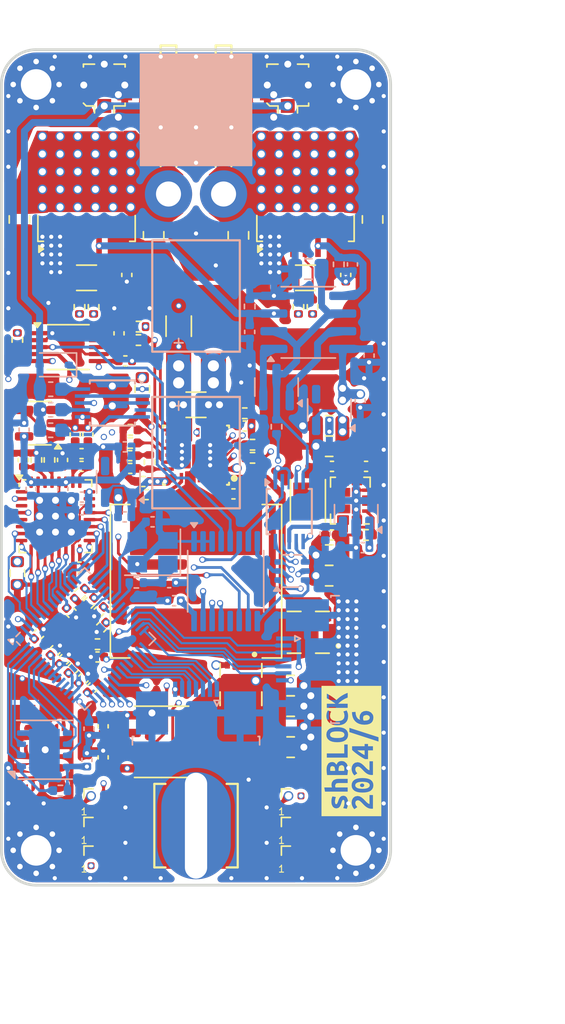
<source format=kicad_pcb>
(kicad_pcb (version 20240108) (generator "pcbnew") (generator_version "8.0")
  (layers (0 "F.Cu" signal) (1 "In1.Cu" power) (2 "In2.Cu" signal) (3 "In3.Cu" power) (4 "In4.Cu" power) (31 "B.Cu" signal) (34 "B.Paste" user) (35 "F.Paste" user) (36 "B.SilkS" user "B.Silkscreen") (37 "F.SilkS" user "F.Silkscreen") (38 "B.Mask" user) (39 "F.Mask" user) (44 "Edge.Cuts" user))
  (net 0 "")
  (net 1 "GND")
  (net 2 "3V3")
  (net 3 "Net-(C3-Pad2)")
  (net 4 "5V")
  (net 5 "INV_IPEAK")
  (net 6 "INV_IS_A")
  (net 7 "BUS")
  (net 8 "/Half Bridge A/OUT")
  (net 9 "INV_IS_B")
  (net 10 "/Half Bridge B/OUT")
  (net 11 "VIN")
  (net 12 "NEOPIXEL")
  (net 13 "Net-(D1-DOUT)")
  (net 14 "Net-(D2-DOUT)")
  (net 15 "Net-(D3-DOUT)")
  (net 16 "Net-(D4-DOUT)")
  (net 17 "HADC_IN")
  (net 18 "DBG_TX")
  (net 19 "DBG_RUN")
  (net 20 "DBG_SWD")
  (net 21 "DBG_SWCLK")
  (net 22 "DBG_RX")
  (net 23 "SYSBUS_IO3")
  (net 24 "SYSBUS_IO1")
  (net 25 "SYSBUS_CLK")
  (net 26 "SYSBUS_CS{slash}ETC")
  (net 27 "SYSBUS_IO2")
  (net 28 "SYSBUS_IO0")
  (net 29 "INV_IPEAK_RST")
  (net 30 "Net-(Q2-G)")
  (net 31 "Net-(U1-~{CS})")
  (net 32 "I2C_MAIN_LS_SCL")
  (net 33 "I2C_MAIN_LS_SDA")
  (net 34 "Net-(R6-Pad1)")
  (net 35 "Net-(R7-Pad1)")
  (net 36 "Net-(R8-Pad1)")
  (net 37 "Net-(U12-IN)")
  (net 38 "INV_INA")
  (net 39 "Net-(U12-~{INH})")
  (net 40 "INV_~{INH}A")
  (net 41 "INV_INB")
  (net 42 "INV_~{INH}B")
  (net 43 "~{VBUS_OC}")
  (net 44 "Net-(U1-IO3)")
  (net 45 "Net-(U1-IO2)")
  (net 46 "Net-(U1-DI(IO0))")
  (net 47 "Net-(U1-DO(IO1))")
  (net 48 "Net-(U1-CLK)")
  (net 49 "HADC_D1")
  (net 50 "IOEXP_~{INT}")
  (net 51 "HADC_D0")
  (net 52 "HADC_D2")
  (net 53 "HADC_OTR")
  (net 54 "HADC_D6")
  (net 55 "HADC_CLK")
  (net 56 "HADC_D3")
  (net 57 "HADC_D8")
  (net 58 "HADC_D4")
  (net 59 "HADC_D10")
  (net 60 "HADC_D5")
  (net 61 "HADC_D11")
  (net 62 "HADC_D9")
  (net 63 "HADC_D7")
  (net 64 "GND_IMON_GAIN_B")
  (net 65 "HADC_PDWN")
  (net 66 "LADC_ALERT{slash}RDY")
  (net 67 "LADC_IN_SEL")
  (net 68 "GND_IMON_GAIN_A")
  (net 69 "VIN_IMON")
  (net 70 "Net-(D5-DOUT)")
  (net 71 "Net-(Q1-D)")
  (net 73 "Net-(D8-A-Pad2)")
  (net 74 "Net-(D8-A-Pad1)")
  (net 75 "Net-(U2-XIN)")
  (net 76 "Net-(U2-VREG_VOUT)")
  (net 77 "Net-(U6-OUT)")
  (net 78 "Net-(U11-OUT)")
  (net 79 "Net-(U10-VIN+)")
  (net 80 "Net-(U10-VIN-)")
  (net 81 "Net-(U10-REF+)")
  (net 82 "Net-(U10-REF-)")
  (net 83 "Net-(U10-VREF)")
  (net 84 "Net-(U14-FILTER)")
  (net 85 "Net-(U16-DITH{slash}SYNC)")
  (net 86 "Net-(U15-VAUX)")
  (net 87 "Net-(U16-BOOT1)")
  (net 88 "Net-(C58-Pad1)")
  (net 89 "Net-(U16-BOOT2)")
  (net 90 "Net-(U16-IS+)")
  (net 91 "Net-(U16-COMP)")
  (net 92 "Net-(C64-Pad1)")
  (net 93 "Net-(U18-Vin-)")
  (net 94 "Net-(U2-XOUT)")
  (net 95 "Net-(U18-Vin+)")
  (net 96 "Net-(U15-L1)")
  (net 97 "Net-(U15-L2)")
  (net 98 "Net-(U8--)")
  (net 99 "Net-(U13-IN)")
  (net 100 "Net-(U13-~{INH})")
  (net 101 "Net-(U16-EN{slash}UVLO)")
  (net 102 "Net-(U16-MODE)")
  (net 105 "Net-(U4-Pad2)")
  (net 106 "Net-(U15-EN)")
  (net 107 "Net-(U16-FSW)")
  (net 108 "Net-(U16-ILIM)")
  (net 116 "Net-(Q1-S)")
  (net 117 "Net-(Q1-G)")
  (net 120 "GNDA_HADC")
  (net 121 "GNDA_BUS")
  (net 123 "Net-(U7-AIN3)")
  (footprint "Capacitor_SMD:C_0402_1005Metric" (layer "F.Cu") (at -7.084 43.6118 180)
    (property "Reference" "C11" (hide yes))
    (property "Value" "100nF" (hide yes))
  )
  (footprint "Resistor_SMD:R_1206_3216Metric" (layer "F.Cu") (at -1.2446 19.8566 90)
    (property "Reference" "R27" (hide yes))
    (property "Value" "10m" (hide yes))
  )
  (footprint "Capacitor_SMD:C_0805_2012Metric" (layer "F.Cu") (at 9.577 36.2996 180)
    (property "Reference" "C49" (hide yes))
    (property "Value" "10uF" (hide yes))
  )
  (footprint "Package_SO:SOIC-8_3.9x4.9mm_P1.27mm" (layer "F.Cu") (at -2.475 49.7078 180)
    (property "Reference" "U14" (hide yes))
    (property "Value" "ACS725xLCTR-20AU" (hide yes))
  )
  (footprint "LED_SMD:LED_SK6812_EC15_1.5x1.5mm" (layer "F.Cu") (at -7.1 56.1)
    (property "Reference" "D2" (hide yes))
    (property "Value" "SK6803RG-EC14" (hide yes))
  )
  (footprint "LED_SMD:LED_SK6812_EC15_1.5x1.5mm" (layer "F.Cu") (at -7.1 58.1574)
    (property "Reference" "D3" (hide yes))
    (property "Value" "SK6803RG-EC14" (hide yes))
  )
  (footprint "Inductor_SMD:L_Changjiang_FNR252012S" (layer "F.Cu") (at 8.048 32.3874 90)
    (property "Reference" "L1" (hide yes))
    (property "Value" "1.5uH" (hide yes))
  )
  (footprint "Resistor_SMD:R_0402_1005Metric" (layer "F.Cu") (at 3.5052 26.1112)
    (property "Reference" "R24" (hide yes))
    (property "Value" "50k" (hide yes))
  )
  (footprint "Capacitor_SMD:C_0805_2012Metric" (layer "F.Cu") (at 6.8072 48.6156)
    (property "Reference" "C50" (hide yes))
    (property "Value" "10uF" (hide yes))
  )
  (footprint "Capacitor_SMD:C_0402_1005Metric" (layer "F.Cu") (at 10.7696 16.1772 -90)
    (property "Reference" "C42" (hide yes))
    (property "Value" "100nF" (hide yes))
  )
  (footprint "Resistor_SMD:R_0603_1608Metric" (layer "F.Cu") (at -12.8524 37.592 90)
    (property "Reference" "R11" (hide yes))
    (property "Value" "0R" (hide yes))
  )
  (footprint "Capacitor_SMD:C_0402_1005Metric" (layer "F.Cu") (at -7.452757 45.811792 45)
    (property "Reference" "C12" (hide yes))
    (property "Value" "100nF" (hide yes))
  )
  (footprint "MountingHole:MountingHole_2.2mm_M2_Pad_Via" (layer "F.Cu") (at -11.5 57.5)
    (property "Reference" "H1" (hide yes))
    (property "Value" "MountingHole_Pad" (hide yes))
  )
  (footprint "Capacitor_SMD:C_0402_1005Metric" (layer "F.Cu") (at -6.8072 41.4782 -135)
    (property "Reference" "C6" (hide yes))
    (property "Value" "100nF" (hide yes))
  )
  (footprint "Resistor_SMD:R_0402_1005Metric" (layer "F.Cu") (at -12.8524 20.8514 -90)
    (property "Reference" "R30" (hide yes))
    (property "Value" "10k" (hide yes))
  )
  (footprint "Capacitor_SMD:C_0805_2012Metric" (layer "F.Cu") (at 6.8072 45.6692)
    (property "Reference" "C47" (hide yes))
    (property "Value" "10uF" (hide yes))
  )
  (footprint "Resistor_SMD:R_0402_1005Metric" (layer "F.Cu") (at 4.064 29.3116 180)
    (property "Reference" "R20" (hide yes))
    (property "Value" "50k" (hide yes))
  )
  (footprint "Resistor_SMD:R_0402_1005Metric" (layer "F.Cu") (at -7.0866 42.6974)
    (property "Reference" "R1" (hide yes))
    (property "Value" "10k" (hide yes))
  )
  (footprint "Capacitor_SMD:C_1206_3216Metric" (layer "F.Cu") (at -7.874 16.383 180)
    (property "Reference" "C38" (hide yes))
    (property "Value" "10uF" (hide yes))
  )
  (footprint "Capacitor_SMD:C_1206_3216Metric" (layer "F.Cu") (at 7.874 16.383 180)
    (property "Reference" "C43" (hide yes))
    (property "Value" "10uF" (hide yes))
  )
  (footprint "Capacitor_SMD:C_0402_1005Metric" (layer "F.Cu") (at -8.1026 45.1612 45)
    (property "Reference" "C14" (hide yes))
    (property "Value" "1uF" (hide yes))
  )
  (footprint "Local:PG-HSOF-7-1" (layer "F.Cu") (at 7.874 10.413)
    (property "Reference" "U13" (hide yes))
    (property "Value" "BTN9970LV" (hide yes))
  )
  (footprint "Capacitor_SMD:C_0805_2012Metric" (layer "F.Cu") (at 3.048 13.335 -90)
    (property "Reference" "C41" (hide yes))
    (property "Value" "DNP" (hide yes))
  )
  (footprint "Resistor_SMD:R_0402_1005Metric" (layer "F.Cu") (at -4.7296 28.2428 180)
    (property "Reference" "R25" (hide yes))
    (property "Value" "20k" (hide yes))
  )
  (footprint "Capacitor_SMD:C_0402_1005Metric" (layer "F.Cu") (at -4.7296 29.1572 180)
    (property "Reference" "C64" (hide yes))
    (property "Value" "6.8nF" (hide yes))
  )
  (footprint "Resistor_SMD:R_0402_1005Metric" (layer "F.Cu") (at 7.366 18.4678 90)
    (property "Reference" "R16" (hide yes))
    (property "Value" "1k" (hide yes))
  )
  (footprint "Local:PG-HSOF-7-1" (layer "F.Cu") (at -7.874 10.413)
    (property "Reference" "U12" (hide yes))
    (property "Value" "BTN9970LV" (hide yes))
  )
  (footprint "Resistor_SMD:R_0402_1005Metric" (layer "F.Cu") (at -11.4808 29.464 -90)
    (property "Reference" "R10" (hide yes))
    (property "Value" "0R" (hide yes))
  )
  (footprint "Capacitor_SMD:C_0402_1005Metric" (layer "F.Cu") (at -10.130712 43.137514 45)
    (property "Reference" "C5" (hide yes))
    (property "Value" "100nF" (hide yes))
  )
  (footprint "LED_SMD:LED_SK6812_EC15_1.5x1.5mm" (layer "F.Cu") (at -7.1 54.0426)
    (property "Reference" "D1" (hide yes))
    (property "Value" "SK6803RG-EC14" (hide yes))
  )
  (footprint "Local:T31000" (layer "F.Cu") (at 0 55.7276)
    (property "Reference" "J5" (hide yes))
    (property "Value" "VIN" (hide yes))
  )
  (footprint "Local:VH3.96-2AW" (layer "F.Cu") (at 0 10.3645 90)
    (property "Reference" "J6" (hide yes))
    (property "Value" "OUT" (hide yes))
  )
  (footprint "Resistor_SMD:R_0402_1005Metric" (layer "F.Cu") (at -4.1402 19.8882 180)
    (property "Reference" "R28" (hide yes))
    (property "Value" "0R" (hide yes))
  )
  (footprint "Capacitor_SMD:C_0402_1005Metric" (layer "F.Cu") (at -12.4206 29.464 90)
    (property "Reference" "C20" (hide yes))
    (property "Value" "15pF" (hide yes))
  )
  (footprint "Resistor_SMD:R_0402_1005Metric" (layer "F.Cu") (at 12.2312 34.8518)
    (property "Reference" "R23" (hide yes))
    (property "Value" "100k" (hide yes))
  )
  (footprint "Capacitor_SMD:C_0402_1005Metric" (layer "F.Cu") (at -5.0826 22.352)
    (property "Reference" "C68" (hide yes))
    (property "Value" "100nF" (hide yes))
  )
  (footprint "Resistor_SMD:R_0402_1005Metric" (layer "F.Cu") (at -8.3566 39.0652 45)
    (property "Reference" "R4" (hide yes))
    (property "Value" "4.7k" (hide yes))
  )
  (footprint "Inductor_SMD:L_Coilcraft_XAL1010-XXX" (layer "F.Cu") (at 0 38.1738 90)
    (property "Reference" "L2" (hide yes))
    (property "Value" "2.2uH")
  )
  (footprint "Capacitor_SMD:C_0402_1005Metric" (layer "F.Cu") (at -4.7296 30.0716 180)
    (property "Reference" "C62" (hide yes))
    (property "Value" "100pF" (hide yes))
  )
  (footprint "Resistor_SMD:R_0402_1005Metric" (layer "F.Cu") (at -7.366 18.4658 90)
    (property "Reference" "R14" (hide yes))
    (property "Value" "1k" (hide yes))
  )
  (footprint "Local_Imported:DFN-8_3x3" (layer "F.Cu") (at 8.0742 41.8436 180)
    (property "Reference" "Q2" (hide yes))
    (property "Value" "AON7534" (hide yes))
  )
  (footprint "Capacitor_SMD:C_0402_1005Metric" (layer "F.Cu") (at 9.779 34.8518 180)
    (property "Reference" "C51" (hide yes))
    (property "Value" "100nF" (hide yes))
  )
  (footprint "Capacitor_SMD:C_0402_1005Metric" (layer "F.Cu") (at -4.9784 16.1772 -90)
    (property "Reference" "C37" (hide yes))
    (property "Value" "100nF" (hide yes))
  )
  (footprint "Capacitor_SMD:C_0402_1005Metric" (layer "F.Cu") (at -5.5372 20.3708 -90)
    (property "Reference" "C67" (hide yes))
    (property "Value" "100nF" (hide yes))
  )
  (footprint "Capacitor_SMD:C_0402_1005Metric" (layer "F.Cu") (at 9.779 29.9242 180)
    (property "Reference" "C57" (hide yes))
    (property "Value" "100nF" (hide yes))
  )
  (footprint "Capacitor_SMD:C_0402_1005Metric" (layer "F.Cu") (at -8.382 37.1602)
    (property "Reference" "C30" (hide yes))
    (property "Value" "100nF" (hide yes))
  )
  (footprint "Resistor_SMD:R_0402_1005Metric" (layer "F.Cu") (at -4.7296 27.303 180)
    (property "Reference" "R22" (hide yes))
    (property "Value" "51.1k" (hide yes))
  )
  (footprint "Capacitor_SMD:C_0805_2012Metric" (layer "F.Cu") (at -3.048 13.335 90)
    (property "Reference" "C35" (hide yes))
    (property "Value" "DNP" (hide yes))
  )
  (footprint "Capacitor_SMD:C_0402_1005Metric" (layer "F.Cu") (at -8.9662 40.4368 -45)
    (property "Reference" "C9" (hide yes))
    (property "Value" "100nF" (hide yes))
  )
  (footprint "Connector_Coaxial:U.FL_Molex_MCRF_73412-0110_Vertical" (layer "F.Cu") (at -6.6 2.54)
    (property "Reference" "J3" (hide yes))
    (property "Value" "SecondaryGND" (hide yes))
  )
  (footprint "Capacitor_SMD:C_1206_3216Metric" (layer "F.Cu") (at -0.0018 25.5016)
    (property "Reference" "C61" (hide yes))
    (property "Value" "10uF" (hide yes))
  )
  (footprint "MountingHole:MountingHole_2.2mm_M2_Pad_Via" (layer "F.Cu") (at -11.5 2.5 90)
    (property "Reference" "H3" (hide yes))
    (property "Value" "MountingHole_Pad" (hide yes))
  )
  (footprint "Package_TO_SOT_SMD:SOT-23-5" (layer "F.Cu") (at -11.2268 26.8224 180)
    (property "Reference" "U8" (hide yes))
    (property "Value" "OPA356" (hide yes))
  )
  (footprint "MountingHole:MountingHole_2.2mm_M2_Pad_Via" (layer "F.Cu") (at 11.5 57.5)
    (property "Reference" "H2" (hide yes))
    (property "Value" "MountingHole_Pad" (hide yes))
  )
  (footprint "Resistor_SMD:R_0402_1005Metric" (layer "F.Cu") (at 4.064 28.3718)
    (property "Reference" "R21" (hide yes))
    (property "Value" "18k" (hide yes))
  )
  (footprint "Capacitor_SMD:C_0402_1005Metric" (layer "F.Cu") (at -6.985783 40.351797 -135)
    (property "Reference" "C10" (hide yes))
    (property "Value" "100nF" (hide yes))
  )
  (footprint "Resistor_SMD:R_0402_1005Metric" (layer "F.Cu") (at -3.3326 29.6144 90)
    (property "Reference" "R26" (hide yes))
    (property "Value" "75k" (hide yes))
  )
  (footprint "Connector_Coaxial:U.FL_Molex_MCRF_73412-0110_Vertical" (layer "F.Cu") (at 6.6 2.54)
    (property "Reference" "J4" (hide yes))
    (property "Value" "MultiplierGND" (hide yes))
  )
  (footprint "LED_SMD:LED_SK6812_EC15_1.5x1.5mm" (layer "F.Cu") (at 7.1 56.1)
    (property "Reference" "D5" (hide yes))
    (property "Value" "SK6803RG-EC14" (hide yes))
  )
  (footprint "Capacitor_SMD:C_0402_1005Metric" (layer "F.Cu") (at -6.6802 50.8228 90)
    (property "Reference" "C44" (hide yes))
    (property "Value" "100nF" (hide yes))
  )
  (footprint "Local_Imported:VQFN-HR-15" (layer "F.Cu") (at 11.0998 32.385 180)
    (property "Reference" "U15" (hide yes))
    (property "Value" "TPS630701" (hide yes))
  )
  (footprint "Local_Imported:RPM0026A-MFG" (layer "F.Cu") (at 0 29.1203 180)
    (property "Reference" "U16" (hide yes))
    (property "Value" "e")
  )
  (footprint "Capacitor_SMD:C_0805_2012Metric" (layer "F.Cu") (at 6.8072 50.0888)
    (property "Reference" "C52" (hide yes))
    (property "Value" "10uF" (hide yes))
  )
  (footprint "Capacitor_SMD:C_0402_1005Metric" (layer "F.Cu") (at -11.303 41.9608 45)
    (property "Reference" "C8" (hide yes))
    (property "Value" "100nF" (hide yes))
  )
  (footprint "Capacitor_SMD:C_0402_1005Metric" (layer "F.Cu") (at -6.6802 48.5928 90)
    (property "Reference" "C45" (hide yes))
    (property "Value" "100nF" (hide yes))
  )
  (footprint "Capacitor_SMD:C_0805_2012Metric" (layer "F.Cu") (at 9.577 37.7728 180)
    (property "Reference" "C46" (hide yes))
    (property "Value" "10uF" (hide yes))
  )
  (footprint "Capacitor_SMD:C_0402_1005Metric" (layer "F.Cu") (at 2.6924 31.9024 180)
    (property "Reference" "C56" (hide yes))
    (property "Value" "100nF" (hide yes))
  )
  (footprint "Capacitor_SMD:C_0402_1005Metric" (layer "F.Cu") (at -8.234399 29.923299)
    (property "Reference" "C26" (hide yes))
    (property "Value" "100nF" (hide yes))
  )
  (footprint "Capacitor_SMD:C_0402_1005Metric" (layer "F.Cu") (at -7.7772 27.6347 -90)
    (property "Reference" "C23" (hide yes))
    (property "Value" "100nF" (hide yes))
  )
  (footprint "Capacitor_SMD:C_0402_1005Metric" (layer "F.Cu") (at -8.234399 29.008899)
    (property "Reference" "C25" (hide yes))
    (property "Value" "10uF" (hide yes))
  )
  (footprint "kibuzzard-6674E35D" (layer "F.Cu") (at 11.176 50.3682 90)
    (property "Reference" "kibuzzard-6674E35D" (hide yes))
    (property "Value" "G***" (hide yes))
  )
  (footprint "Capacitor_SMD:C_0402_1005Metric" (layer "F.Cu") (at -3.5534 31.9532)
    (property "Reference" "C58" (hide yes))
    (property "Value" "100nF" (hide yes))
  )
  (footprint "Capacitor_SMD:C_0402_1005Metric" (layer "F.Cu") (at -9.6012 29.464 -90)
    (property "Reference" "C19" (hide yes))
    (property "Value" "15pF" (hide yes))
  )
  (footprint "Resistor_SMD:R_0402_1005Metric" (layer "F.Cu") (at 8.382 18.4678 90)
    (property "Reference" "R17" (hide yes))
    (property "Value" "1k" (hide yes))
  )
  (footprint "Capacitor_SMD:C_0402_1005Metric" (layer "F.Cu") (at 12.2312 29.9242 180)
    (property "Reference" "C55" (hide yes))
    (property "Value" "100nF" (hide yes))
  )
  (footprint "MountingHole:MountingHole_2.2mm_M2_Pad_Via" (layer "F.Cu") (at 11.5 2.5)
    (property "Reference" "H4" (hide yes))
    (property "Value" "MountingHole_Pad" (hide yes))
  )
  (footprint "Resistor_SMD:R_0402_1005Metric" (layer "F.Cu") (at -8.382 18.4658 90)
    (property "Reference" "R13" (hide yes))
    (property "Value" "1k" (hide yes))
  )
  (footprint "Capacitor_SMD:C_0805_2012Metric" (layer "F.Cu") (at 6.8072 47.1424)
    (property "Reference" "C48" (hide yes))
    (property "Value" "10uF" (hide yes))
  )
  (footprint "LED_SMD:LED_SK6812_EC15_1.5x1.5mm" (layer "F.Cu") (at 7.1 58.1574)
    (property "Reference" "D6" (hide yes))
    (property "Value" "SK6803RG-EC14" (hide yes))
  )
  (footprint "Capacitor_SMD:C_0402_1005Metric" (layer "F.Cu") (at -9.482295 43.782254 45)
    (property "Reference" "C13" (hide yes))
    (property "Value" "100nF" (hide yes))
  )
  (footprint "Capacitor_SMD:C_0805_2012Metric" (layer "F.Cu") (at 9.577 27.0158 180)
    (property "Reference" "C60" (hide yes))
    (property "Value" "47uF" (hide yes))
  )
  (footprint "Capacitor_SMD:C_0402_1005Metric" (layer "F.Cu") (at 3.5052 27.0256)
    (property "Reference" "C53" (hide yes))
    (property "Value" "15nF" (hide yes))
  )
  (footprint "Capacitor_SMD:C_0402_1005Metric" (layer "F.Cu") (at -8.835716 44.428833 45)
    (property "Reference" "C4" (hide yes))
    (property "Value" "1uF" (hide yes))
  )
  (footprint "Package_CSP:LFCSP-32-1EP_5x5mm_P0.5mm_EP3.1x3.1mm" (layer "F.Cu") (at -10.1092 33.5026)
    (property "Reference" "U10" (hide yes))
    (property "Value" "AD9235BCPZ" (hide yes))
  )
  (footprint "kibuzzard-66739BFE" (layer "F.Cu") (at -11.176 50.1904 90)
    (property "Reference" "kibuzzard-66739BFE" (hide yes))
    (property "Value" "G***" (hide yes))
  )
  (footprint "Capacitor_SMD:C_0402_1005Metric" (layer "F.Cu") (at -3.7872 31.0134)
    (property "Reference" "C54" (hide yes))
    (property "Value" "4.7uF" (hide yes))
  )
  (footprint "Capacitor_SMD:C_0805_2012Metric" (layer "F.Cu") (at 9.577 28.4764 180)
    (property "Reference" "C59" (hide yes))
    (property "Value" "47uF" (hide yes))
  )
  (footprint "Capacitor_SMD:C_0805_2012Metric" (layer "F.Cu") (at 12.7 12.192 90)
    (property "Reference" "C40" (hide yes))
    (property "Value" "DNP" (hide yes))
  )
  (footprint "Capacitor_SMD:C_0402_1005Metric" (layer "F.Cu") (at -8.6916 27.6373 -90)
    (property "Reference" "C22" (hide yes))
    (property "Value" "100nF" (hide yes))
  )
  (footprint "Resistor_SMD:R_0402_1005Metric" (layer "F.Cu") (at -7.6962 39.7256 45)
    (property "Reference" "R5" (hide yes))
    (property "Value" "4.7k" (hide yes))
  )
  (footprint "Local_Imported:DFN-8_3x3" (layer "F.Cu") (at 3.231 45.596 -90)
    (property "Reference" "Q1" (hide yes))
    (property "Value" "AON7534" (hide yes))
  )
  (footprint "Resistor_SMD:R_0402_1005Metric" (layer "F.Cu") (at -10.541 29.464 -90)
    (property "Reference" "R9" (hide yes))
    (property "Value" "0R" (hide yes))
  )
  (footprint "LED_SMD:LED_SK6812_EC15_1.5x1.5mm" (layer "F.Cu") (at 7.1 54.0426)
    (property "Reference" "D4" (hide yes))
    (property "Value" "SK6803RG-EC14" (hide yes))
  )
  (footprint "Package_SO:VSSOP-10_3x3mm_P0.5mm" (layer "F.Cu") (at -9.1948 21.3614)
    (property "Reference" "U18" (hide yes))
    (property "Value" "INA226" (hide yes))
  )
  (footprint "Resistor_SMD:R_0603_1608Metric" (layer "F.Cu") (at -3.8658 24.3746 -90)
    (property "Reference" "R19" (hide yes))
    (property "Value" "0R" (hide yes))
  )
  (footprint "Resistor_SMD:R_0402_1005Metric" (layer "F.Cu") (at -4.1402 20.8534 180)
    (property "Reference" "R29" (hide yes))
    (property "Value" "0R" (hide yes))
  )
  (footprint "Capacitor_SMD:C_0805_2012Metric" (layer "F.Cu") (at -12.7 12.192 -90)
    (property "Reference" "C36" (hide yes))
    (property "Value" "DNP" (hide yes))
  )
  (footprint "Capacitor_SMD:C_0402_1005Metric" (layer "B.Cu") (at -11.8618 31.5468 -90)
    (property "Reference" "C33" (hide yes))
    (property "Value" "100nF" (hide yes))
  )
  (footprint "Package_SON:WSON-8-1EP_4x4mm_P0.8mm_EP2.2x3mm" (layer "B.Cu") (at -10.9054 50.2786)
    (property "Reference" "U1" (hide yes))
    (property "Value" "W25Q64JVXGIQ" (hide yes))
  )
  (footprint "Resistor_SMD:R_0402_1005Metric" (layer "B.Cu") (at -4.2926 38.2778 180)
    (property "Reference" "R3" (hide yes))
    (property "Value" "1k" (hide yes))
  )
  (footprint "Capacitor_SMD:C_0603_1608Metric" (layer "B.Cu") (at -10.4518 24.384 180)
    (property "Reference" "R8" (hide yes))
    (property "Value" "10k" (hide yes))
  )
  (footprint "Capacitor_SMD:C_0402_1005Metric" (layer "B.Cu") (at -8.2042 33.0454 180)
    (property "Reference" "C24" (hide yes))
    (property "Value" "10uF" (hide yes))
  )
  (footprint "Package_TO_SOT_SMD:SOT-23-5" (layer "B.Cu") (at -5.588 31.0388 90)
    (property "Reference" "U11" (hide yes))
    (property "Value" "TPS7A2030PDBVR" (hide yes))
  )
  (footprint "Connector_FFC-FPC:TE_0-1734839-7_1x07-1MP_P0.5mm_Horizontal" (layer "B.Cu") (at 0 47.2842 180)
    (property "Reference" "J2" (hide yes))
    (property "Value" "SYSBUS")
  )
  (footprint "Diode_SMD:D_SOD-323" (layer "B.Cu") (at -10.2022 22.6314 180)
    (property "Reference" "D7" (hide yes))
    (property "Value" "PESD5V0S1BA" (hide yes))
  )
  (footprint "Package_TO_SOT_SMD:SOT-363_SC-70-6" (layer "B.Cu") (at 6.9088 37.4396)
    (property "Reference" "U5" (hide yes))
    (property "Value" "74LVC1G3157" (hide yes))
  )
  (footprint "Capacitor_SMD:C_0402_1005Metric" (layer "B.Cu") (at -5.1206 28.5242 180)
    (property "Reference" "C31" (hide yes))
    (property "Value" "10uF" (hide yes))
  )
  (footprint "Resistor_SMD:R_0402_1005Metric" (layer "B.Cu") (at 3.8608 18.4404 90)
    (property "Reference" "R15" (hide yes))
    (property "Value" "560R" (hide yes))
  )
  (footprint "Capacitor_SMD:C_0402_1005Metric" (layer "B.Cu") (at -3.1242 33.909 180)
    (property "Reference" "C2" (hide yes))
    (property "Value" "12pF" (hide yes))
  )
  (footprint "Capacitor_SMD:C_0805_2012Metric" (layer "B.Cu") (at 8.0772 15.748 180)
    (property "Reference" "C29" (hide yes))
    (property "Value" "1uF" (hide yes))
  )
  (footprint "Capacitor_SMD:C_0402_1005Metric" (layer "B.Cu") (at -1.9304 38.2778 180)
    (property "Reference" "C3" (hide yes))
    (property "Value" "12pF" (hide yes))
  )
  (footprint "Capacitor_SMD:C_0402_1005Metric" (layer "B.Cu") (at -5.1308 33.5534 180)
    (property "Reference" "C28" (hide yes))
    (property "Value" "10uF" (hide yes))
  )
  (footprint "Capacitor_SMD:C_0402_1005Metric" (layer "B.Cu") (at 11.8107 25.2179 -90)
    (property "Reference" "C66" (hide yes))
    (property "Value" "10uF" (hide yes))
  )
  (footprint "Capacitor_SMD:C_0603_1608Metric" (layer "B.Cu") (at -10.4518 25.8572 180)
    (property "Reference" "R7" (hide yes))
    (property "Value" "1k" (hide yes))
  )
  (footprint "Resistor_SMD:R_0402_1005Metric" (layer "B.Cu") (at 10.2662 15.4178 -90)
    (property "Reference" "R18" (hide yes))
    (property "Value" "560R" (hide yes))
  )
  (footprint "Capacitor_SMD:C_0402_1005Metric" (layer "B.Cu") (at -9.5758 31.5442 -90)
    (property "Reference" "C32" (hide yes))
    (property "Value" "100nF" (hide yes))
  )
  (footprint "Capacitor_SMD:C_0402_1005Metric" (layer "B.Cu") (at -8.2042 32.131 180)
    (property "Reference" "C27" (hide yes))
    (property "Value" "100nF" (hide yes))
  )
  (footprint "Capacitor_SMD:C_0402_1005Metric" (layer "B.Cu") (at -7.6962 48.768 -90)
    (property "Reference" "C7" (hide yes))
    (property "Value" "100nF" (hide yes))
  )
  (footprint "Package_TO_SOT_SMD:SOT-23" (layer "B.Cu") (at 11.5189 33.3225 90)
    (property "Reference" "U6" (hide yes))
    (property "Value" "REF3033" (hide yes))
  )
  (footprint "Package_DFN_QFN:QFN-56-1EP_7x7mm_P0.4mm_EP3.2x3.2mm" (layer "B.Cu") (at -8.011513 42.311472 -45)
    (property "Reference" "U2" (hide yes))
    (property "Value" "RP2040")
  )
  (footprint "Capacitor_SMD:C_0402_1005Metric" (layer "B.Cu") (at 11.9914 35.7632)
    (property "Reference" "C16" (hide yes))
    (property "Value" "100nF" (hide yes))
  )
  (footprint "Resistor_SMD:R_0402_1005Metric" (layer "B.Cu") (at -9.7556 53.213 180)
    (property "Reference" "R2" (hide yes))
    (property "Value" "10k" (hide yes))
  )
  (footprint "Local:CP_Radial_D6.3mm_P2.50mm_L8mm_Horizontal_Fli" (layer "B.Cu") (at 1.25 22.7045 180)
    (property "Reference" "C65" (hide yes))
    (property "Value" "220uF")
  )
  (footprint "Capacitor_SMD:C_0402_1005Metric" (layer "B.Cu") (at -7.8486 51.0058 -90)
    (property "Reference" "C1" (hide yes))
    (property "Value" "100nF" (hide yes))
  )
  (footprint "Capacitor_SMD:C_0603_1608Metric" (layer "B.Cu") (at -10.4518 27.3304 180)
    (property "Reference" "R6" (hide yes))
    (property "Value" "100R" (hide yes))
  )
  (footprint "Package_SO:SOIC-8_3.9x4.9mm_P1.27mm" (layer "B.Cu") (at 8.0772 19.5834)
    (property "Reference" "U9" (hide yes))
    (property "Value" "OPA2365" (hide yes))
  )
  (footprint "Package_TO_SOT_SMD:SOT-23" (layer "B.Cu") (at 5.7889 24.2316 90)
    (property "Reference" "D8" (hide yes))
    (property "Value" "KDS184" (hide yes))
  )
  (footprint "Package_SO:TSSOP-10_3x3mm_P0.5mm" (layer "B.Cu") (at 6.7056 33.1724 -90)
    (property "Reference" "U7" (hide yes))
    (property "Value" "ADS1115IDGS" (hide yes))
  )
  (footprint "Connector_FFC-FPC:TE_0-1734839-7_1x07-1MP_P0.5mm_Horizontal" (layer "B.Cu") (at 7.6602 43.7896 -90)
    (property "Reference" "J1" (hide yes))
    (property "Value" "DEBUG")
  )
  (footprint "Capacitor_SMD:C_0402_1005Metric" (layer "B.Cu") (at -1.5748 39.5732 180)
    (property "Reference" "C15" (hide yes))
    (property "Value" "100nF" (hide yes))
  )
  (footprint "Capacitor_SMD:C_0402_1005Metric" (layer "B.Cu") (at 3.8608 20.2692 -90)
    (property "Reference" "C34" (hide yes))
    (property "Value" "1nF" (hide yes))
  )
  (footprint "Package_SO:TSSOP-16_4.4x5mm_P0.65mm" (layer "B.Cu") (at 2.1336 38.1738 -90)
    (property "Reference" "U3" (hide yes))
    (property "Value" "TCA9534" (hide yes))
  )
  (footprint "Package_TO_SOT_SMD:SOT-23-5" (layer "B.Cu") (at 9.5896 25.8783 90)
    (property "Reference" "U17" (hide yes))
    (property "Value" "TPS7A2033PDBVR" (hide yes))
  )
  (footprint "Capacitor_SMD:C_0402_1005Metric" (layer "B.Cu") (at -12.3643 27.2924 90)
    (property "Reference" "C18" (hide yes))
    (property "Value" "100nF" (hide yes))
  )
  (footprint "Local:CP_Radial_D6.3mm_P2.50mm_L8mm_Horizontal" (layer "B.Cu") (at -1.25 23.9237)
    (property "Reference" "C63" (hide yes))
    (property "Value" "220uF")
  )
  (footprint "Capacitor_SMD:C_0402_1005Metric" (layer "B.Cu") (at 9.2964 34.7446 90)
    (property "Reference" "C17" (hide yes))
    (property "Value" "1uF" (hide yes))
  )
  (footprint "Capacitor_SMD:C_0402_1005Metric" (layer "B.Cu") (at 12.446 21.9684 90)
    (property "Reference" "C21" (hide yes))
    (property "Value" "100nF" (hide yes))
  )
  (footprint "Capacitor_SMD:C_0402_1005Metric" (layer "B.Cu") (at 11.2522 15.4178 -90)
    (property "Reference" "C39" (hide yes))
    (property "Value" "1nF" (hide yes))
  )
  (footprint "Package_SO:TSSOP-10_3x3mm_P0.5mm" (layer "B.Cu") (at -6.0158 25.3746 180)
    (property "Reference" "U4" (hide yes))
    (property "Value" "TS3A24159DGS" (hide yes))
  )
  (footprint "Resistor_SMD:R_0402_1005Metric" (layer "B.Cu") (at 5.7912 27.0764 -90)
    (property "Reference" "R12" (hide yes))
    (property "Value" "1R" (hide yes))
  )
  (footprint "Crystal:Crystal_SMD_3225-4Pin_3.2x2.5mm" (layer "B.Cu") (at -3.1242 36.0934 180)
    (property "Reference" "Y1" (hide yes))
    (property "Value" "12MHz 12pF" (hide yes))
  )
  (gr_rect (start -2.0828 30.6054) (end -1.6002 30.961) (stroke (width 0.2)) (fill solid) (layer "F.Cu") (net 4))
  (gr_rect (start 9.2242 41.3436) (end 10.5664 44.3992) (stroke (width 0.2)) (fill solid) (layer "F.Cu") (net 1))
  (gr_poly (pts (xy 2.7178 44.446) (xy 4.381 44.446) (xy 8.292736 43.452136) (xy 8.7092 43.0686) (xy 8.7092 40.6186) (xy 8.3058 40.2336) (xy -4.572 40.2336) (xy -4.572 42.799) (xy 2.7178 43.688)) (stroke (width 0.2)) (fill solid) (layer "F.Cu") (net 116))
  (gr_rect (start 11.2522 31.4833) (end 11.7856 33.2867) (stroke (width 0.1)) (fill solid) (layer "F.Cu") (net 1))
  (gr_rect (start -2.0518 20.8553) (end -0.4462 26.3144) (stroke (width 0.2)) (fill solid) (layer "F.Cu") (net 90))
  (gr_poly (pts (xy -4.3688 5.8674) (xy -0.9652 8.9916) (xy -0.9652 11.7094) (xy -2.4892 12.8778) (xy -3.6068 12.8778) (xy -5.1308 11.6586) (xy -5.1308 5.8674)) (stroke (width 0.1)) (fill solid) (layer "F.Cu") (net 8))
  (gr_rect (start 1.6002 27.2796) (end 2.0828 27.6352) (stroke (width 0.2)) (fill solid) (layer "F.Cu") (net 85))
  (gr_poly (pts (xy 9.4488 13.2842) (xy 10.795 13.2842) (xy 11.9888 12.6492) (xy 13.4112 12.6492) (xy 13.4112 18.8976) (xy 11.5316 17.7038) (xy 11.5316 16.4084) (xy 11.049 15.9766) (xy 10.4394 15.9766) (xy 9.9314 16.4846) (xy 8.7884 16.4846) (xy 8.7884 15.5956) (xy 9.1694 15.5956) (xy 9.4488 14.9098)) (stroke (width 0.1)) (fill solid) (layer "F.Cu") (net 7))
  (gr_rect (start -2.0828 27.2796) (end -1.6002 27.6352) (stroke (width 0.2)) (fill solid) (layer "F.Cu") (net 7))
  (gr_poly (pts (xy -3 52.7276) (xy -3 58.7276) (xy 3 58.7276) (xy 3 52.7276) (xy 0.975 50.0428) (xy -0.975 50.0428)) (stroke (width 0.2)) (fill solid) (layer "F.Cu") (net 11))
  (gr_poly (pts (xy 11.0498 32.7152) (xy 11.0498 33.2486) (xy 9.5998 33.2486) (xy 9.048 33.6326) (xy 7.048 33.6326) (xy 7.048 32.7152)) (stroke (width 0.1)) (fill solid) (layer "F.Cu") (net 96))
  (gr_poly (pts (xy -6.2992 13.2842) (xy -4.7498 13.2842) (xy -3.683 13.7668) (xy -2.286 13.7414) (xy -0.3556 17.8308) (xy -0.3556 18.9738) (xy -2.1336 18.9738) (xy -4.7244 15.9766) (xy -5.3086 15.9766) (xy -5.9182 17.145) (xy -6.8834 17.145) (xy -6.8834 15.4178) (xy -6.477 15.4178) (xy -6.2992 14.8844)) (stroke (width 0.1)) (fill solid) (layer "F.Cu") (net 7))
  (gr_rect (start -1.2192 28.2203) (end -0.4318 30.0203) (stroke (width 0.1)) (fill solid) (layer "F.Cu") (net 90))
  (gr_poly (pts (xy 4.3688 5.8674) (xy 0.9652 8.9916) (xy 0.9652 11.7094) (xy 2.4892 12.8778) (xy 3.6068 12.8778) (xy 5.1308 11.6586) (xy 5.1308 5.8674)) (stroke (width 0.1)) (fill solid) (layer "F.Cu") (net 10))
  (gr_rect (start 0.4318 28.2203) (end 1.2192 30.0203) (stroke (width 0.1)) (fill solid) (layer "F.Cu") (net 1))
  (gr_poly (pts (xy 11.0498 32.0548) (xy 11.0498 31.5214) (xy 9.5998 31.5214) (xy 9.048 31.1374) (xy 7.048 31.1374) (xy 7.048 32.0548)) (stroke (width 0.1)) (fill solid) (layer "F.Cu") (net 97))
  (gr_poly (pts (xy -0.975 49.3728) (xy 1.3306 49.3728) (xy 2.4638 50.8254) (xy 6.3572 50.8508) (xy 6.3572 44.9326) (xy 2.0066 44.9326) (xy -0.975 47.5028)) (stroke (width 0.2)) (fill solid) (layer "F.Cu") (net 71))
  (gr_rect (start 1.6002 30.6054) (end 2.0828 30.961) (stroke (width 0.2)) (fill solid) (layer "F.Cu") (net 30))
  (gr_poly (pts (xy 2.323 13.785) (xy 4.4958 13.2334) (xy 6.274 13.2392) (xy 6.274 14.8392) (xy 6.9088 16.3342) (xy 5.9436 17.1978) (xy 2.323 14.785)) (stroke (width 0.1)) (fill solid) (layer "F.Cu") (net 1))
  (gr_poly (pts (xy -4.699 36.2458) (xy 4.699 36.2458) (xy 4.6986 32.4399) (xy 1.93 32.4399) (xy -0.0762 31.2674) (xy -0.0762 30.353) (xy 0.2286 30.2006) (xy 0.2286 28.3972) (xy -0.2286 28.3972) (xy -0.2286 30.1498) (xy -0.508 30.3276) (xy -0.7366 30.3276) (xy -0.762 31.2674) (xy -3.3528 32.9184) (xy -4.699 32.9184)) (stroke (width 0.1)) (fill solid) (layer "F.Cu") (net 88))
  (gr_line (start 1.097301 31.628101) (end 1.7031 31.9024) (stroke (width 0.25)) (layer "F.Cu") (net 87))
  (gr_poly (pts (xy -13.425 10.742) (xy -13.425 11.742) (xy -11.975 11.742) (xy -10.6934 11.6586) (xy -10.6934 5.8674) (xy -11.4046 5.8674)) (stroke (width 0.1)) (fill solid) (layer "F.Cu") (net 8))
  (gr_poly (pts (xy -13.425 12.5912) (xy -11.975 12.5912) (xy -9.474 13.2372) (xy -9.474 14.8372) (xy -8.8392 16.3322) (xy -9.8044 17.1958) (xy -13.425 13.5912)) (stroke (width 0.1)) (fill solid) (layer "F.Cu") (net 1))
  (gr_poly (pts (xy 13.425 10.742) (xy 13.425 11.742) (xy 11.975 11.742) (xy 10.6934 11.6586) (xy 10.6934 5.8674) (xy 11.4046 5.8674)) (stroke (width 0.1)) (fill solid) (layer "F.Cu") (net 10))
  (gr_rect (start 0.4462 21.9064) (end 2.0518 26.3144) (stroke (width 0.2)) (fill solid) (layer "F.Cu") (net 1))
  (gr_rect (start -4 0.318) (end 4 8.318) (stroke (width 0.1)) (fill solid) (layer "B.SilkS"))
  (gr_line (start 11.5 60) (end -11.5 60) (stroke (width 0.2)) (layer "Edge.Cuts"))
  (gr_line (start -14 57.5) (end -14 2.5) (stroke (width 0.2)) (layer "Edge.Cuts"))
  (gr_arc (start -11.5 60) (mid -13.267767 59.267767) (end -14 57.5) (stroke (width 0.2)) (layer "Edge.Cuts"))
  (gr_arc (start 14 57.5) (mid 13.267767 59.267767) (end 11.5 60) (stroke (width 0.2)) (layer "Edge.Cuts"))
  (gr_line (start 14 2.5) (end 14 57.5) (stroke (width 0.2)) (layer "Edge.Cuts"))
  (gr_arc (start -14 2.5) (mid -13.267767 0.732233) (end -11.5 0) (stroke (width 0.2)) (layer "Edge.Cuts"))
  (gr_arc (start 11.5 0) (mid 13.267767 0.732233) (end 14 2.5) (stroke (width 0.2)) (layer "Edge.Cuts"))
  (gr_line (start -11.5 0) (end 11.5 0) (stroke (width 0.2)) (layer "Edge.Cuts"))
  (segment (start -9.4582 20.3614) (end -7.9582 21.8614) (width 0.2) (layer "F.Cu") (net 1))
  (segment (start 7.7572 50.0888) (end 7.7572 45.6692) (width 1) (layer "F.Cu") (net 1))
  (segment (start 8.2572 46.3942) (end 8.2572 46.1692) (width 1) (layer "F.Cu") (net 1))
  (segment (start -7.113346 45.471632) (end -7.763189 44.821789) (width 0.5) (layer "F.Cu") (net 1))
  (segment (start -8.3566 33.08159) (end -8.3566 35.1778) (width 0.15) (layer "F.Cu") (net 1))
  (segment (start -11.3948 20.8614) (end -10.8378 20.8614) (width 0.2) (layer "F.Cu") (net 1))
  (segment (start -8.4848 35.306) (end -8.5852 35.306) (width 0.15) (layer "F.Cu") (net 1))
  (segment (start 0.625 29.1203) (end 0.625 24.5487) (width 0.375) (layer "F.Cu") (net 1))
  (segment (start 12.2498 31.635) (end 11.6339 31.635) (width 0.2) (layer "F.Cu") (net 1))
  (segment (start 11.5189 33.1791) (end 11.5189 33.02) (width 0.2) (layer "F.Cu") (net 1))
  (segment (start -8.3566 35.1778) (end -8.4848 35.306) (width 0.15) (layer "F.Cu") (net 1))
  (segment (start -8.5852 35.306) (end -8.8592 35.58) (width 0.15) (layer "F.Cu") (net 1))
  (segment (start 7.6708 27.0158) (end 8.627 27.0158) (width 0.7) (layer "F.Cu") (net 1))
  (segment (start -10.1188 38.417) (end -12.8524 38.417) (width 0.3) (layer "F.Cu") (net 1))
  (segment (start 8.2572 46.3942) (end 8.2572 49.3638) (width 1) (layer "F.Cu") (net 1))
  (segment (start -7.6717 32.7526) (end -8.02761 32.7526) (width 0.15) (layer "F.Cu") (net 1))
  (segment (start -8.02761 32.7526) (end -8.3566 33.08159) (width 0.15) (layer "F.Cu") (net 1))
  (segment (start -8.862 37.1602) (end -10.1188 38.417) (width 0.3) (layer "F.Cu") (net 1))
  (segment (start -8.8592 35.58) (end -8.8592 35.9401) (width 0.15) (layer "F.Cu") (net 1))
  (segment (start 8.627 36.2996) (end 8.627 37.7728) (width 1) (layer "F.Cu") (net 1))
  (segment (start -10.8378 20.8614) (end -10.3378 20.3614) (width 0.2) (layer "F.Cu") (net 1))
  (segment (start -4.95 47.8028) (end -6.3702 47.8028) (width 0.5) (layer "F.Cu") (net 1))
  (segment (start 0.625 24.5487) (end 1.25 23.9237) (width 0.375) (layer "F.Cu") (net 1))
  (segment (start -7.9582 21.8614) (end -6.9948 21.8614) (width 0.2) (layer "F.Cu") (net 1))
  (segment (start -8.8592 35.9401) (end -8.8592 37.1574) (width 0.25) (layer "F.Cu") (net 1))
  (segment (start 8.2572 46.1692) (end 7.7572 45.6692) (width 1) (layer "F.Cu") (net 1))
  (segment (start 8.2572 46.3942) (end 10.8966 43.7548) (width 2) (layer "F.Cu") (net 1))
  (segment (start 8.627 36.2996) (end 8.627 35.5238) (width 0.7) (layer "F.Cu") (net 1))
  (segment (start -6.3702 47.8028) (end -6.6802 48.1128) (width 0.5) (layer "F.Cu") (net 1))
  (segment (start 8.627 28.4764) (end 8.627 29.2522) (width 0.7) (layer "F.Cu") (net 1))
  (segment (start 10.8966 44.704) (end 10.8966 40.259) (width 2) (layer "F.Cu") (net 1))
  (segment (start 11.6339 31.635) (end 11.5189 31.75) (width 0.2) (layer "F.Cu") (net 1))
  (segment (start 8.627 35.5238) (end 9.299 34.8518) (width 0.7) (layer "F.Cu") (net 1))
  (segment (start 10.8966 43.7548) (end 10.8966 40.259) (width 2) (layer "F.Cu") (net 1))
  (segment (start -10.3378 20.3614) (end -9.4582 20.3614) (width 0.2) (layer "F.Cu") (net 1))
  (segment (start 8.2572 49.3638) (end 8.2572 49.5888) (width 1) (layer "F.Cu") (net 1))
  (segment (start -7.6717 32.2526) (end -7.6717 32.7526) (width 0.15) (layer "F.Cu") (net 1))
  (segment (start -7.113346 45.472381) (end -7.113346 45.471632) (width 0.2) (layer "F.Cu") (net 1))
  (segment (start -10.3378 20.3614) (end -11.3948 20.3614) (width 0.3) (layer "F.Cu") (net 1))
  (segment (start -8.8592 37.1574) (end -8.862 37.1602) (width 0.25) (layer "F.Cu") (net 1))
  (segment (start 11.8248 33.785) (end 11.8248 33.485) (width 0.2) (layer "F.Cu") (net 1))
  (segment (start 11.8248 33.485) (end 11.5189 33.1791) (width 0.2) (layer "F.Cu") (net 1))
  (segment (start 8.627 29.2522) (end 9.299 29.9242) (width 0.7) (layer "F.Cu") (net 1))
  (segment (start 8.2572 49.5888) (end 7.7572 50.0888) (width 1) (layer "F.Cu") (net 1))
  (segment (start 8.627 27.0158) (end 8.627 28.4764) (width 1) (layer "F.Cu") (net 1))
  (via (at 0 13.2) (size 0.45) (drill 0.3) (layers "F.Cu" "B.Cu") (net 1))
  (via (at 7.6708 27.0158) (size 0.7) (drill 0.5) (layers "F.Cu" "B.Cu") (net 1))
  (via (at 11.5189 33.02) (size 0.45) (drill 0.3) (layers "F.Cu" "B.Cu") (net 1))
  (via (at 5.334 15.3436) (size 0.45) (drill 0.3) (layers "F.Cu" "B.Cu") (net 1))
  (via (at 6.8072 38.0492) (size 0.45) (drill 0.3) (layers "F.Cu" "B.Cu") (net 1))
  (via (at -3.17 47.6342) (size 0.7) (drill 0.5) (layers "F.Cu" "B.Cu") (net 1))
  (via (at -1.5 45.9342) (size 0.45) (drill 0.3) (layers "F.Cu" "B.Cu") (net 1))
  (via (at -7.146611 41.817611) (size 0.45) (drill 0.3) (layers "F.Cu" "B.Cu") (net 1))
  (via (at 13.5 54.130001) (size 0.45) (drill 0.3) (layers "F.Cu" "B.Cu") (net 1))
  (via (at 13.5 46.510001) (size 0.45) (drill 0.3) (layers "F.Cu" "B.Cu") (net 1))
  (via (at 1.4224 15.494) (size 0.45) (drill 0.3) (layers "F.Cu" "B.Cu") (net 1))
  (via (at -6.6 1.04) (size 0.7) (drill 0.5) (layers "F.Cu" "B.Cu") (net 1))
  (via (at -13.5 3.330001) (size 0.45) (drill 0.3) (layers "F.Cu" "B.Cu") (net 1))
  (via (at -11.049 15.3416) (size 0.45) (drill 0.3) (layers "F.Cu" "B.Cu") (net 1))
  (via (at 10.8966 44.704) (size 0.45) (drill 0.3) (layers "F.Cu" "B.Cu") (net 1))
  (via (at 7.7572 50.0888) (size 0.7) (drill 0.5) (layers "F.Cu" "B.Cu") (net 1))
  (via (at 13.5 8.410001) (size 0.45) (drill 0.3) (layers "F.Cu" "B.Cu") (net 1))
  (via (at 5.08 0.5) (size 0.45) (drill 0.3) (layers "F.Cu" "B.Cu") (net 1))
  (via (at -9.779 15.9766) (size 0.45) (drill 0.3) (layers "F.Cu" "B.Cu") (net 1))
  (via (at 5.969 15.9786) (size 0.45) (drill 0.3) (layers "F.Cu" "B.Cu") (net 1))
  (via (at -13.5 51.590001) (size 0.45) (drill 0.3) (layers "F.Cu" "B.Cu") (net 1))
  (via (at -10.414 15.9766) (size 0.45) (drill 0.3) (layers "F.Cu" "B.Cu") (net 1))
  (via (at 11.5316 43.434) (size 0.45) (drill 0.3) (layers "F.Cu" "B.Cu") (net 1))
  (via (at 5.334 15.9786) (size 0.45) (drill 0.3) (layers "F.Cu" "B.Cu") (net 1))
  (via (at 5.8928 30.0736) (size 0.45) (drill 0.3) (layers "F.Cu" "B.Cu") (net 1))
  (via (at -13.5 16.030001) (size 0.45) (drill 0.3) (layers "F.Cu" "B.Cu") (net 1))
  (via (at 5.334 13.4386) (size 0.45) (drill 0.3) (layers "F.Cu" "B.Cu") (net 1))
  (via (at 10.8966 45.339) (size 0.45) (drill 0.3) (layers "F.Cu" "B.Cu") (net 1))
  (via (at -8.075 2.54) (size 0.7) (drill 0.5) (layers "F.Cu" "B.Cu") (net 1))
  (via (at 3.2512 23.9014) (size 0.45) (drill 0.3) (layers "F.Cu" "B.Cu") (net 1))
  (via (at -5.88 18.570001) (size 0.45) (drill 0.3) (layers "F.Cu" "B.Cu") (net 1))
  (via (at -7.6962 49.248) (size 0.45) (drill 0.3) (layers "F.Cu" "B.Cu") (net 1))
  (via (at 0.8982 25.5016) (size 0.7) (drill 0.5) (layers "F.Cu" "B.Cu") (net 1))
  (via (at 13.5 43.970001) (size 0.45) (drill 0.3) (layers "F.Cu" "B.Cu") (net 1))
  (via (at -2.54 0.5) (size 0.45) (drill 0.3) (layers "F.Cu" "B.Cu") (net 1))
  (via (at 10.2616 39.624) (size 0.45) (drill 0.3) (layers "F.Cu" "B.Cu") (net 1))
  (via (at 10.16 0.5) (size 0.45) (drill 0.3) (layers "F.Cu" "B.Cu") (net 1))
  (via (at -12.4968 45.1612) (size 0.45) (drill 0.3) (layers "F.Cu" "B.Cu") (net 1))
  (via (at 8.2572 47.8906) (size 0.7) (drill 0.5) (layers "F.Cu" "B.Cu") (net 1))
  (via (at 8.627 36.2996) (size 0.7) (drill 0.5) (layers "F.Cu" "B.Cu") (net 1))
  (via (at 1.016 29.3624) (size 0.4) (drill 0.3) (layers "F.Cu" "B.Cu") (net 1))
  (via (at -9.779 15.3416) (size 0.45) (drill 0.3) (layers "F.Cu" "B.Cu") (net 1))
  (via (at 10.2616 44.704) (size 0.45) (drill 0.3) (layers "F.Cu" "B.Cu") (net 1))
  (via (at 12.0904 23.5966) (size 0.45) (drill 0.3) (layers "F.Cu" "B.Cu") (net 1))
  (via (at 13.5 56.670001) (size 0.45) (drill 0.3) (layers "F.Cu" "B.Cu") (net 1))
  (via (at 4.699 13.4386) (size 0.45) (drill 0.3) (layers "F.Cu" "B.Cu") (net 1))
  (via (at 10.8966 40.894) (size 0.45) (drill 0.3) (layers "F.Cu" "B.Cu") (net 1))
  (via (at 5.588 4.8514) (size 0.7) (drill 0.5) (layers "F.Cu" "B.Cu") (net 1))
  (via (at 0 0.5) (size 0.45) (drill 0.3) (layers "F.Cu" "B.Cu") (net 1))
  (via (at 2.54 59.5) (size 0.45) (drill 0.3) (layers "F.Cu" "B.Cu") (net 1))
  (via (at -7.763189 44.821789) (size 0.45) (drill 0.3) (layers "F.Cu" "B.Cu") (net 1))
  (via (at -5.08 56.96) (size 0.45) (drill 0.3) (layers "F.Cu" "B.Cu") (net 1))
  (via (at -4.9784 16.6572) (size 0.45) (drill 0.3) (layers "F.Cu" "B.Cu") (net 1))
  (via (at 10.2616 42.799) (size 0.45) (drill 0.3) (layers "F.Cu" "B.Cu") (net 1))
  (via (at -11.049 14.0716) (size 0.45) (drill 0.3) (layers "F.Cu" "B.Cu") (net 1))
  (via (at 1.6926 25.5016) (size 0.7) (drill 0.5) (layers "F.Cu" "B.Cu") (net 1))
  (via (at -12.8524 38.417) (size 0.7) (drill 0.5) (layers "F.Cu" "B.Cu") (net 1))
  (via (at 11.5316 39.624) (size 0.45) (drill 0.3) (layers "F.Cu" "B.Cu") (net 1))
  (via (at -9.142884 43.442843) (size 0.45) (drill 0.3) (layers "F.Cu" "B.Cu") (net 1))
  (via (at -13.5 23.650001) (size 0.45) (drill 0.3) (layers "F.Cu" "B.Cu") (net 1))
  (via (at -10.96 54.130001) (size 0.45) (drill 0.3) (layers "F.Cu" "B.Cu") (net 1))
  (via (at 1.016 29.845) (size 0.4) (drill 0.3) (layers "F.Cu" "B.Cu") (net 1))
  (via (at -11.049 13.4366) (size 0.45) (drill 0.3) (layers "F.Cu" "B.Cu") (net 1))
  (via (at 3.7846 52.4256) (size 0.45) (drill 0.3) (layers "F.Cu" "B.Cu") (net 1))
  (via (at -10.16 59.5) (size 0.45) (drill 0.3) (layers "F.Cu" "B.Cu") (net 1))
  (via (at -10.414 15.3416) (size 0.45) (drill 0.3) (layers "F.Cu" "B.Cu") (net 1))
  (via (at 6.6 1.04) (size 0.7) (drill 0.5) (layers "F.Cu" "B.Cu") (net 1))
  (via (at -9.779 14.7066) (size 0.45) (drill 0.3) (layers "F.Cu" "B.Cu") (net 1))
  (via (at -4.95 47.8028) (size 0.45) (drill 0.3) (layers "F.Cu" "B.Cu") (net 1))
  (via (at -2.0548 39.5732) (size 0.45) (drill 0.3) (layers "F.Cu" "B.Cu") (net 1))
  (via (at 10.2616 43.434) (size 0.45) (drill 0.3) (layers "F.Cu" "B.Cu") (net 1))
  (via (at -3.8658 23.5496) (size 0.7) (drill 0.5) (layers "F.Cu" "B.Cu") (net 1))
  (via (at 8.627 37.7728) (size 0.7) (drill 0.5) (layers "F.Cu" "B.Cu") (net 1))
  (via (at 7.62 59.5) (size 0.45) (drill 0.3) (layers "F.Cu" "B.Cu") (net 1))
  (via (at -10.414 13.4366) (size 0.45) (drill 0.3) (layers "F.Cu" "B.Cu") (net 1))
  (via (at 13.5 36.350001) (size 0.45) (drill 0.3) (layers "F.Cu" "B.Cu") (net 1))
  (via (at 9.591 26.5938) (size 0.5) (drill 0.3) (layers "F.Cu" "B.Cu") (net 1))
  (via (at -13.5 8.410001) (size 0.45) (drill 0.3) (layers "F.Cu" "B.Cu") (net 1))
  (via (at 10.96 54.130001) (size 0.45) (drill 0.3) (layers "F.Cu" "B.Cu") (net 1))
  (via (at 5.969 14.0736) (size 0.45) (drill 0.3) (layers "F.Cu" "B.Cu") (net 1))
  (via (at -7.62 0.5) (size 0.45) (drill 0.3) (layers "F.Cu" "B.Cu") (net 1))
  (via (at 2.54 0.5) (size 0.45) (drill 0.3) (layers "F.Cu" "B.Cu") (net 1))
  (via (at 4.699 14.7086) (size 0.45) (drill 0.3) (layers "F.Cu" "B.Cu") (net 1))
  (via (at 11.5316 42.799) (size 0.45) (drill 0.3) (layers "F.Cu" "B.Cu") (net 1))
  (via (at 5.969 13.4386) (size 0.45) (drill 0.3) (layers "F.Cu" "B.Cu") (net 1))
  (via (at 11.5316 45.339) (size 0.45) (drill 0.3) (layers "F.Cu" "B.Cu") (net 1))
  (via (at 10.7696 16.6572) (size 0.45) (drill 0.3) (layers "F.Cu" "B.Cu") (net 1))
  (via (at 11.8107 25.6979) (size 0.45) (drill 0.3) (layers "F.Cu" "B.Cu") (net 1))
  (via (at 12.446 22.4484) (size 0.45) (drill 0.3) (layers "F.Cu" "B.Cu") (net 1))
  (via (at -9.791301 42.798103) (size 0.45) (drill 0.3) (layers "F.Cu" "B.Cu") (net 1))
  (via (at 13.5 5.870001) (size 0.45) (drill 0.3) (layers "F.Cu" "B.Cu") (net 1))
  (via (at -4.6026 22.352) (size 0.45) (drill 0.3) (layers "F.Cu" "B.Cu") (net 1))
  (via (at 11.5316 42.164) (size 0.45) (drill 0.3) (layers "F.Cu" "B.Cu") (net 1))
  (via (at 4.699 14.0736) (size 0.45) (drill 0.3) (layers "F.Cu" "B.Cu") (net 1))
  (via (at 8.075 2.54) (size 0.7) (drill 0.5) (layers "F.Cu" "B.Cu") (net 1))
  (via (at 11.5316 44.069) (size 0.45) (drill 0.3) (layers "F.Cu" "B.Cu") (net 1))
  (via (at 10.2616 42.164) (size 0.45) (drill 0.3) (layers "F.Cu" "B.Cu") (net 1))
  (via (at 13.5 21.110001) (size 0.45) (drill 0.3) (layers "F.Cu" "B.Cu") (net 1))
  (via (at -9.779 14.0716) (size 0.45) (drill 0.3) (layers "F.Cu" "B.Cu") (net 1))
  (via (at 13.5 38.890001) (size 0.45) (drill 0.3) (layers "F.Cu" "B.Cu") (net 1))
  (via (at 10.8966 39.624) (size 0.45) (drill 0.3) (layers "F.Cu" "B.Cu") (net 1))
  (via (at -5.588 3.2286) (size 0.7) (drill 0.5) (layers "F.Cu" "B.Cu") (net 1))
  (via (at -5.125 2.54) (size 0.7) (drill 0.5) (layers "F.Cu" "B.Cu") (net 1))
  (via (at 10.8966 44.069) (size 0.45) (drill 0.3) (layers "F.Cu" "B.Cu") (net 1))
  (via (at 10.2616 41.529) (size 0.45) (drill 0.3) (layers "F.Cu" "B.Cu") (net 1))
  (via (at 5.6022 17.6784) (size 0.45) (drill 0.3) (layers "F.Cu" "B.Cu") (net 1))
  (via (at 5.334 14.0736) (size 0.45) (drill 0.3) (layers "F.Cu" "B.Cu") (net 1))
  (via (at 2.54 5.58) (size 0.45) (drill 0.3) (layers "F.Cu" "B.Cu") (net 1))
  (via (at 13.5 51.590001) (size 0.45) (drill 0.3) (layers "F.Cu" "B.Cu") (net 1))
  (via (at 6.8072 45.2882) (size 0.45) (drill 0.3) (layers "F.Cu" "B.Cu") (net 1))
  (via (at -13.5 5.870001) (size 0.45) (drill 0.3) (layers "F.Cu" "B.Cu") (net 1))
  (via (at 8.627 28.4764) (size 0.7) (drill 0.5) (layers "F.Cu" "B.Cu") (net 1))
  (via (at -13.5 56.670001) (size 0.45) (drill 0.3) (layers "F.Cu" "B.Cu") (net 1))
  (via (at -5.08 0.5) (size 0.45) (drill 0.3) (layers "F.Cu" "B.Cu") (net 1))
  (via (at -2.54 5.58) (size 0.45) (drill 0.3) (layers "F.Cu" "B.Cu") (net 1))
  (via (at 10.2616 40.259) (size 0.45) (drill 0.3) (layers "F.Cu" "B.Cu") (net 1))
  (via (at 11.5316 40.259) (size 0.45) (drill 0.3) (layers "F.Cu" "B.Cu") (net 1))
  (via (at 8.2572 49.3638) (size 0.7) (drill 0.5) (layers "F.Cu" "B.Cu") (net 1))
  (via (at -8.626789 40.776211) (size 0.45) (drill 0.3) (layers "F.Cu" "B.Cu") (net 1))
  (via (at -7.325194 40.691208) (size 0.45) (drill 0.3) (layers "F.Cu" "B.Cu") (net 1))
  (via (at 13.5 41.430001) (size 0.45) (drill 0.3) (layers "F.Cu" "B.Cu") (net 1))
  (via (at 11.5189 31.75) (size 0.45) (drill 0.3) (layers "F.Cu" "B.Cu") (net 1))
  (via (at 11.5316 44.704) (size 0.45) (drill 0.3) (layers "F.Cu" "B.Cu") (net 1))
  (via (at -10.3378 20.3614) (size 0.45) (drill 0.3) (layers "F.Cu" "B.Cu") (net 1))
  (via (at 13.5 31.270001) (size 0.45) (drill 0.3) (layers "F.Cu" "B.Cu") (net 1))
  (via (at 7.7572 48.6156) (size 0.7) (drill 0.5) (layers "F.Cu" "B.Cu") (net 1))
  (via (at -10.16 0.5) (size 0.45) (drill 0.3) (layers "F.Cu" "B.Cu") (net 1))
  (via (at 4.699 15.3436) (size 0.45) (drill 0.3) (layers "F.Cu" "B.Cu") (net 1))
  (via (at -10.85 50.2786) (size 0.7) (drill 0.5) (layers "F.Cu" "B.Cu") (net 1))
  (via (at -10.963589 41.621389) (size 0.45) (drill 0.3) (layers "F.Cu" "B.Cu") (net 1))
  (via (at 10.2616 44.069) (size 0.45) (drill 0.3) (layers "F.Cu" "B.Cu") (net 1))
  (via (at -1.4504 38.2778) (size 0.45) (drill 0.3) (layers "F.Cu" "B.Cu") (net 1))
  (via (at 13.5 26.190001) (size 0.45) (drill 0.3) (layers "F.Cu" "B.Cu") (net 1))
  (via (at 7.7572 45.6692) (size 0.7) (drill 0.5) (layers "F.Cu" "B.Cu") (net 1))
  (via (at 1.016 28.8798) (size 0.4) (drill 0.3) (layers "F.Cu" "B.Cu") (net 1))
  (via (at 5.08 54.42) (size 0.45) (drill 0.3) (layers "F.Cu" "B.Cu") (net 1))
  (via (at 10.2616 45.339) (size 0.45) (drill 0.3) (layers "F.Cu" "B.Cu") (net 1))
  (via (at 13.5 28.730001) (size 0.45) (drill 0.3) (layers "F.Cu" "B.Cu") (net 1))
  (via (at 10.96 51.590001) (size 0.45) (drill 0.3) (layers "F.Cu" "B.Cu") (net 1))
  (via (at 10.8966 40.259) (size 0.45) (drill 0.3) (layers "F.Cu" "B.Cu") (net 1))
  (via (at 13.5 23.650001) (size 0.45) (drill 0.3) (layers "F.Cu" "B.Cu") (net 1))
  (via (at 11.5114 35.7632) (size 0.45) (drill 0.3) (layers "F.Cu" "B.Cu") (net 1))
  (via (at 9.591 27.4378) (size 0.5) (drill 0.3) (layers "F.Cu" "B.Cu") (net 1))
  (via (at 0 8.12) (size 0.45) (drill 0.3) (layers "F.Cu" "B.Cu") (net 1))
  (via (at -8.496305 44.089422) (size 0.45) (drill 0.3) (layers "F.Cu" "B.Cu") (net 1))
  (via (at 5.125 2.54) (size 0.7) (drill 0.5) (layers "F.Cu" "B.Cu") (net 1))
  (via (at 13.5 49.050001) (size 0.45) (drill 0.3) (layers "F.Cu" "B.Cu") (net 1))
  (via (at -3.34 18.570001) (size 0.45) (drill 0.3) (layers "F.Cu" "B.Cu") (net 1))
  (via (at -7.564 43.6118) (size 0.45) (drill 0.3) (layers "F.Cu" "B.Cu") (net 1))
  (via (at 5.969 15.3436) (size 0.45) (drill 0.3) (layers "F.Cu" "B.Cu") (net 1))
  (via (at -4.2242 36.9434) (size 0.45) (drill 0.3) (layers "F.Cu" "B.Cu") (net 1))
  (via (at 5.334 14.7086) (size 0.45) (drill 0.3) (layers "F.Cu" "B.Cu") (net 1))
  (via (at 10.8966 43.434) (size 0.45) (drill 0.3) (layers "F.Cu" "B.Cu") (net 1))
  (via (at -10.414 14.0716) (size 0.45) (drill 0.3) (layers "F.Cu" "B.Cu") (net 1))
  (via (at -13.5 18.570001) (size 0.45) (drill 0.3) (layers "F.Cu" "B.Cu") (net 1))
  (via (at -5.588 4.8514) (size 0.7) (drill 0.5) (layers "F.Cu" "B.Cu") (net 1))
  (via (at 10.8966 41.529) (size 0.45) (drill 0.3) (layers "F.Cu" "B.Cu") (net 1))
  (via (at 13.5 33.810001) (size 0.45) (drill 0.3) (layers "F.Cu" "B.Cu") (net 1))
  (via (at 10.2616 40.894) (size 0.45) (drill 0.3) (layers "F.Cu" "B.Cu") (net 1))
  (via (at -5.08 54.42) (size 0.45) (drill 0.3) (layers "F.Cu" "B.Cu") (net 1))
  (via (at -2.54 59.5) (size 0.45) (drill 0.3) (layers "F.Cu" "B.Cu") (net 1))
  (via (at -11.049 14.7066) (size 0.45) (drill 0.3) (layers "F.Cu" "B.Cu") (net 1))
  (via (at -6.6802 50.3428) (size 0.45) (drill 0.3) (layers "F.Cu" "B.Cu") (net 1))
  (via (at 8.2572 46.3942) (size 0.7) (drill 0.5) (layers "F.Cu" "B.Cu") (net 1))
  (via (at 7.7572 47.1424) (size 0.7) (drill 0.5) (layers "F.Cu" "B.Cu") (net 1))
  (via (at 0 5.58) (size 0.45) (drill 0.3) (layers "F.Cu" "B.Cu") (net 1))
  (via (at 1.016 28.3972) (size 0.4) (drill 0.3) (layers "F.Cu" "B.Cu") (net 1))
  (via (at 7.62 0.5) (size 0.45) (drill 0.3) (layers "F.Cu" "B.Cu") (net 1))
  (via (at -9.779 13.4366) (size 0.45) (drill 0.3) (layers "F.Cu" "B.Cu") (net 1))
  (via (at 3.8608 22.6822) (size 0.45) (drill 0.3) (layers "F.Cu" "B.Cu") (net 1))
  (via (at 5.08 56.96) (size 0.45) (drill 0.3) (layers "F.Cu" "B.Cu") (net 1))
  (via (at -5.08 59.5) (size 0.45) (drill 0.3) (layers "F.Cu" "B.Cu") (net 1))
  (via (at 5.08 59.5) (size 0.45) (drill 0.3) (layers "F.Cu" "B.Cu") (net 1))
  (via (at 5.588 3.2286) (size 0.7) (drill 0.5) (layers "F.Cu" "B.Cu") (net 1))
  (via (at -13.5 54.130001) (size 0.45) (drill 0.3) (layers "F.Cu" "B.Cu") (net 1))
  (via (at 13.5 3.330001) (size 0.45) (drill 0.3) (layers "F.Cu" "B.Cu") (net 1))
  (via (at 11.5189 32.385) (size 0.45) (drill 0.3) (layers "F.Cu" "B.Cu") (net 1))
  (via (at 11.5316 40.894) (size 0.45) (drill 0.3) (layers "F.Cu" "B.Cu") (net 1))
  (via (at -13.5 41.430001) (size 0.45) (drill 0.3) (layers "F.Cu" "B.Cu") (net 1))
  (via (at -10.6172 18.1864) (size 0.45) (drill 0.3) (layers "F.Cu" "B.Cu") (net 1))
  (via (at 10.8966 42.164) (size 0.45) (drill 0.3) (layers "F.Cu" "B.Cu") (net 1))
  (via (at -7.8486 50.5258) (size 0.45) (drill 0.3) (layers "F.Cu" "B.Cu") (net 1))
  (via (at 5.969 14.7086) (size 0.45) (drill 0.3) (layers "F.Cu" "B.Cu") (net 1))
  (via (at -7.62 59.5) (size 0.45) (drill 0.3) (layers "F.Cu" "B.Cu") (net 1))
  (via (at -10.414 14.7066) (size 0.45) (drill 0.3) (layers "F.Cu" "B.Cu") (net 1))
  (via (at 10.16 59.5) (size 0.45) (drill 0.3) (layers "F.Cu" "B.Cu") (net 1))
  (via (at 11.5316 41.529) (size 0.45) (drill 0.3) (layers "F.Cu" "B.Cu") (net 1))
  (via (at 10.8966 42.799) (size 0.45) (drill 0.3) (layers "F.Cu" "B.Cu") (net 1))
  (via (at -13.2334 42.4434) (size 0.45) (drill 0.3) (layers "F.Cu" "B.Cu") (net 1))
  (segment (start 5.6022 17.6784) (end 4.1128 17.6784) (width 0.5) (layer "B.Cu") (net 1))
  (segment (start 5.588 3.2286) (end -5.588 3.2286) (width 0.5) (layer "B.Cu") (net 1))
  (segment (start 4.1128 17.6784) (end 3.8608 17.9304) (width 0.5) (layer "B.Cu") (net 1))
  (segment (start 11.2522 15.8978) (end 11.2522 16.1746) (width 0.5) (layer "B.Cu") (net 1))
  (segment (start 6.7056 30.2724) (end 6.5068 30.0736) (width 0.2) (layer "B.Cu") (net 1))
  (segment (start -2.6442 33.909) (end -2.6442 34.6234) (width 0.5) (layer "B.Cu") (net 1))
  (segment (start 4.4086 36.2856) (end 5.5626 37.4396) (width 0.3) (layer "B.Cu") (net 1))
  (segment (start -12.05 49.0786) (end -10.85 50.2786) (width 0.4) (layer "B.Cu") (net 1))
  (segment (start -6.5786 39.4716) (end -6.731 39.4716) (width 0.15) (layer "B.Cu") (net 1))
  (segment (start 6.1976 37.4396) (end 5.9588 37.4396) (width 0.3) (layer "B.Cu") (net 1))
  (segment (start 5.5626 37.4396) (end 5.9588 37.4396) (width 0.3) (layer "B.Cu") (net 1))
  (segment (start 10.2662 15.9278) (end 10.2662 16.1538) (width 0.5) (layer "B.Cu") (net 1))
  (segment (start 7.1272 16.1534) (end 5.6022 17.6784) (width 0.5) (layer "B.Cu") (net 1))
  (segment (start -0.1414 35.3113) (end -1.9563 35.3113) (width 0.2) (layer "B.Cu") (net 1))
  (segment (start -6.28794 39.173686) (end -6.28794 39.18094) (width 0.15) (layer "B.Cu") (net 1))
  (segment (start 1.25 22.7045) (end 1.25 29.25) (width 1.8) (layer "B.Cu") (net 1))
  (segment (start 6.5068 30.0736) (end 5.8928 30.0736) (width 0.2) (layer "B.Cu") (net 1))
  (segment (start 10.2662 16.1538) (end 10.7696 16.6572) (width 0.5) (layer "B.Cu") (net 1))
  (segment (start 6.8072 38.0492) (end 6.1976 37.4396) (width 0.3) (layer "B.Cu") (net 1))
  (segment (start -5.588 4.8514) (end 5.588 4.8514) (width 0.5) (layer "B.Cu") (net 1))
  (segment (start -2.6442 34.6234) (end -2.0242 35.2434) (width 0.5) (layer "B.Cu") (net 1))
  (segment (start -6.28794 39.18094) (end -6.5786 39.4716) (width 0.15) (layer "B.Cu") (net 1))
  (segment (start 7.1272 15.748) (end 7.1272 16.1534) (width 0.5) (layer "B.Cu") (net 1))
  (segment (start -2.0242 35.2434) (end -2.3504 35.2434) (width 0.5) (layer "B.Cu") (net 1))
  (segment (start 5.7056 31.0224) (end 5.7056 30.2608) (width 0.3) (layer "B.Cu") (net 1))
  (segment (start 4.4086 35.3113) (end 4.4086 36.2856) (width 0.3) (layer "B.Cu") (net 1))
  (segment (start 6.7056 31.0224) (end 6.7056 30.2724) (width 0.2) (layer "B.Cu") (net 1))
  (segment (start -12.5554 49.0786) (end -12.05 49.0786) (width 0.4) (layer "B.Cu") (net 1))
  (segment (start -4.0504 36.9434) (end -4.2242 36.9434) (width 0.5) (layer "B.Cu") (net 1))
  (segment (start -0.1414 35.3113) (end 1.1586 35.3113) (width 0.2) (layer "B.Cu") (net 1))
  (segment (start -2.3504 35.2434) (end -4.0504 36.9434) (width 0.5) (layer "B.Cu") (net 1))
  (segment (start 11.2522 16.1746) (end 10.7696 16.6572) (width 0.5) (layer "B.Cu") (net 1))
  (segment (start -6.731 39.4716) (end -7.325194 40.065794) (width 0.15) (layer "B.Cu") (net 1))
  (segment (start -1.9563 35.3113) (end -2.0242 35.2434) (width 0.2) (layer "B.Cu") (net 1))
  (segment (start 3.8608 20.7492) (end 3.8608 22.6822) (width 0.5) (layer "B.Cu") (net 1))
  (segment (start -7.325194 40.065794) (end -7.325194 40.691208) (width 0.15) (layer "B.Cu") (net 1))
  (segment (start 5.7056 30.2608) (end 5.8928 30.0736) (width 0.3) (layer "B.Cu") (net 1))
  (segment (start -4.95 51.6128) (end -6.3702 51.6128) (width 0.5) (layer "F.Cu") (net 2))
  (segment (start -6.9948 22.7838) (end -6.9948 22.3614) (width 0.3) (layer "F.Cu") (net 2))
  (segment (start -8.3592 35.9401) (end -8.3592 36.703) (width 0.25) (layer "F.Cu") (net 2))
  (segment (start -8.3592 36.703) (end -7.902 37.1602) (width 0.25) (layer "F.Cu") (net 2))
  (segment (start -6.3702 51.6128) (end -6.6802 51.3028) (width 0.5) (layer "F.Cu") (net 2))
  (segment (start -7.5966 42.6974) (end -7.5184 42.6974) (width 0.2) (layer "F.Cu") (net 2))
  (segment (start -5.572 22.3614) (end -5.5626 22.352) (width 0.3) (layer "F.Cu") (net 2))
  (segment (start -6.9948 22.3614) (end -5.572 22.3614) (width 0.3) (layer "F.Cu") (net 2))
  (segment (start -8.717224 39.425824) (end -8.056824 40.086224) (width 0.5) (layer "F.Cu") (net 2))
  (segment (start -7.5184 42.6974) (end -6.604 43.6118) (width 0.2) (layer "F.Cu") (net 2))
  (via (at -6.9948 22.7838) (size 0.45) (drill 0.3) (layers "F.Cu" "B.Cu") (net 2))
  (via (at -3.8658 24.3746) (size 0.45) (drill 0.3) (layers "F.Cu" "B.Cu") (net 2))
  (via (at -7.8486 46.2026) (size 0.45) (drill 0.3) (layers "F.Cu" "B.Cu") (net 2))
  (via (at -6.4516 43.7896) (size 0.45) (drill 0.3) (layers "F.Cu" "B.Cu") (net 2))
  (via (at -9.305611 40.097389) (size 0.45) (drill 0.3) (layers "F.Cu" "B.Cu") (net 2))
  (via (at -1.0948 39.5732) (size 0.45) (drill 0.3) (layers "F.Cu" "B.Cu") (net 2))
  (via (at 11.8107 24.7379) (size 0.7) (drill 0.5) (layers "F.Cu" "B.Cu") (net 2))
  (via (at 7.366 37.6682) (size 0.45) (drill 0.3) (layers "F.Cu" "B.Cu") (net 2))
  (via (at -4.95 51.6128) (size 0.45) (drill 0.3) (layers "F.Cu" "B.Cu") (net 2))
  (via (at -8.442011 45.500611) (size 0.45) (drill 0.3) (layers "F.Cu" "B.Cu") (net 2))
  (via (at -8.717224 39.425824) (size 0.45) (drill 0.3) (layers "F.Cu" "B.Cu") (net 2))
  (via (at 7.3914 44.323) (size 0.45) (drill 0.3) (layers "F.Cu" "B.Cu") (net 2))
  (via (at 10.541 25.1628) (size 0.7) (drill 0.5) (layers "F.Cu" "B.Cu") (net 2))
  (via (at -7.8486 51.4858) (size 0.45) (drill 0.3) (layers "F.Cu" "B.Cu") (net 2))
  (via (at -9.821706 44.121665) (size 0.45) (drill 0.3) (layers "F.Cu" "B.Cu") (net 2))
  (via (at 10.541 24.3188) (size 0.7) (drill 0.5) (layers "F.Cu" "B.Cu") (net 2))
  (via (at -8.382 46.8122) (size 0.45) (drill 0.3) (layers "F.Cu" "B.Cu") (net 2))
  (via (at -6.646372 40.012386) (size 0.45) (drill 0.3) (layers "F.Cu" "B.Cu") (net 2))
  (via (at -8.3592 35.9401) (size 0.45) (drill 0.3) (layers "F.Cu" "B.Cu") (net 2))
  (via (at -12.8524 20.3414) (size 0.45) (drill 0.3) (layers "F.Cu" "B.Cu") (net 2))
  (via (at -11.642411 42.300211) (size 0.45) (drill 0.3) (layers "F.Cu" "B.Cu") (net 2))
  (segment (start 7.5946 37.4396) (end 7.8588 37.4396) (width 0.3) (layer "B.Cu") (net 2))
  (segment (start -11.699729 42.300211) (end -12.28067 41.71927) (width 0.2) (layer "B.Cu") (net 2))
  (segment (start -0.1414 41.0363) (end -0.1414 40.5266) (width 0.4) (layer "B.Cu") (net 2))
  (segment (start -7.8558 51.4786) (end -7.8486 51.4858) (width 0.4) (layer "B.Cu") (net 2))
  (segment (start 7.3914 44.323) (end 7.3914 42.5208) (width 0.3) (layer "B.Cu") (net 2))
  (segment (start -9.305611 39.603161) (end -9.305611 40.097389) (width 0.2) (layer "B.Cu") (net 2))
  (segment (start -7.6962 48.288) (end -7.6962 47.488144) (width 0.2) (layer "B.Cu") (net 2))
  (segment (start 11.8107 24.7379) (end 10.9659 24.7379) (width 0.7) (layer "B.Cu") (net 2))
  (segment (start -8.442011 44.821789) (end -8.442011 45.500611) (width 0.3) (layer "B.Cu") (net 2))
  (segment (start 10.541 24.3188) (end 10.541 21.4996) (width 0.5) (layer "B.Cu") (net 2))
  (segment (start 7.3914 42.5208) (end 7.1602 42.2896) (width 0.3) (layer "B.Cu") (net 2))
  (segment (start -7.8558 51.4786) (end -9.2482 51.4786) (width 0.4) (layer "B.Cu") (net 2))
  (segment (start -7.843428 46.207772) (end -7.792168 46.207772) (width 0.2) (layer "B.Cu") (net 2))
  (segment (start 10.9601 24.7379) (end 10.541 24.3188) (width 0.7) (layer "B.Cu") (net 2))
  (segment (start 10.9659 24.7379) (end 10.541 25.1628) (width 0.7) (layer "B.Cu") (net 2))
  (segment (start -10.300771 44.883573) (end -10.017928 45.166416) (width 0.2) (layer "B.Cu") (net 2))
  (segment (start 10.541 21.4996) (end 10.5522 21.4884) (width 0.5) (layer "B.Cu") (net 2))
  (segment (start -7.6962 47.488144) (end -8.603715 46.580629) (width 0.2) (layer "B.Cu") (net 2))
  (segment (start -9.2554 53.2032) (end -9.2456 53.213) (width 0.2) (layer "B.Cu") (net 2))
  (segment (start -9.821706 44.404508) (end -10.300771 44.883573) (width 0.2) (layer "B.Cu") (net 2))
  (segment (start -6.4516 43.7896) (end -6.3754 43.7134) (width 0.2) (layer "B.Cu") (net 2))
  (segment (start -7.792168 46.207772) (end -7.419311 46.580629) (width 0.2) (layer "B.Cu") (net 2))
  (segment (start -9.735086 39.173686) (end -9.305611 39.603161) (width 0.2) (layer "B.Cu") (net 2))
  (segment (start -6.3754 43.7134) (end -5.195372 43.7134) (width 0.2) (layer "B.Cu") (net 2))
  (segment (start 7.1602 42.2896) (end 6.3102 42.2896) (width 0.3) (layer "B.Cu") (net 2))
  (segment (start -5.439412 40.022214) (end -5.777798 40.3606) (width 0.2) (layer "B.Cu") (net 2))
  (segment (start -9.142135 44.121665) (end -8.442011 44.821789) (width 0.3) (layer "B.Cu") (net 2))
  (segment (start -5.777798 40.3606) (end -6.298158 40.3606) (width 0.2) (layer "B.Cu") (net 2))
  (segment (start -8.442011 45.853239) (end -8.886558 46.297786) (width 0.2) (layer "B.Cu") (net 2))
  (segment (start -9.821706 44.121665) (end -9.821706 44.404508) (width 0.2) (layer "B.Cu") (net 2))
  (segment (start -6.298158 40.3606) (end -6.646372 40.012386) (width 0.2) (layer "B.Cu") (net 2))
  (segment (start 11.8107 24.7379) (end 10.9601 24.7379) (width 0.7) (layer "B.Cu") (net 2))
  (segment (start -5.195372 43.7134) (end -4.873727 44.035045) (width 0.2) (layer "B.Cu") (net 2))
  (segment (start 10.5522 21.4884) (end 12.446 21.4884) (width 0.5) (layer "B.Cu") (net 2))
  (segment (start -11.642411 42.300211) (end -11.699729 42.300211) (width 0.2) (layer "B.Cu") (net 2))
  (segment (start -0.1414 40.5266) (end -1.0948 39.5732) (width 0.4) (layer "B.Cu") (net 2))
  (segment (start -9.2554 51.4858) (end -9.2554 53.2032) (width 0.2) (layer "B.Cu") (net 2))
  (segment (start -7.8486 46.2026) (end -7.843428 46.207772) (width 0.2) (layer "B.Cu") (net 2))
  (segment (start 7.366 37.6682) (end 7.5946 37.4396) (width 0.3) (layer "B.Cu") (net 2))
  (segment (start -8.442011 45.500611) (end -8.442011 45.853239) (width 0.2) (layer "B.Cu") (net 2))
  (segment (start -9.2482 51.4786) (end -9.2554 51.4858) (width 0.4) (layer "B.Cu") (net 2))
  (segment (start -9.821706 44.121665) (end -9.142135 44.121665) (width 0.3) (layer "B.Cu") (net 2))
  (segment (start -2.4104 37.3296) (end -2.0242 36.9434) (width 0.5) (layer "B.Cu") (net 3))
  (segment (start -2.4104 38.2778) (end -3.7826 38.2778) (width 0.5) (layer "B.Cu") (net 3))
  (segment (start -2.4104 38.2778) (end -2.4104 37.3296) (width 0.5) (layer "B.Cu") (net 3))
  (segment (start -8.1026 57.1548) (end -7.55 57.7074) (width 0.3) (layer "F.Cu") (net 4))
  (segment (start 10.5748 30.9288) (end 10.5748 30.985) (width 0.2) (layer "F.Cu") (net 4))
  (segment (start -8.1026 56.2026) (end -8.1026 57.1548) (width 0.3) (layer "F.Cu") (net 4))
  (segment (start -1.8415 30.7832) (end -2.0717 31.0134) (width 0.55) (layer "F.Cu") (net 4))
  (segment (start 11.6078 30.4546) (end 11.049 30.4546) (width 0.2) (layer "F.Cu") (net 4))
  (segment (start 11.8248 30.985) (end 11.8248 30.6716) (width 0.2) (layer "F.Cu") (net 4))
  (segment (start 6.0974 56.2026) (end 6.0974 57.1548) (width 0.3) (layer "F.Cu") (net 4))
  (segment (start 10.5748 30.985) (end 10.5748 30.24) (width 0.7) (layer "F.Cu") (net 4))
  (segment (start -7.55 53.5926) (end -8.1026 54.1452) (width 0.3) (layer "F.Cu") (net 4))
  (segment (start -8.1026 54.1452) (end -8.1026 55.0974) (width 0.3) (layer "F.Cu") (net 4))
  (segment (start 6.0974 54.1452) (end 6.0974 55.0974) (width 0.3) (layer "F.Cu") (net 4))
  (segment (start 6.0974 55.0974) (end 6.65 55.65) (width 0.3) (layer "F.Cu") (net 4))
  (segment (start -8.1026 55.0974) (end -7.55 55.65) (width 0.3) (layer "F.Cu") (net 4))
  (segment (start 11.049 30.4546) (end 10.5748 30.9288) (width 0.2) (layer "F.Cu") (net 4))
  (segment (start 11.8248 30.6716) (end 11.6078 30.4546) (width 0.2) (layer "F.Cu") (net 4))
  (segment (start 10.5748 30.24) (end 10.259 29.9242) (width 0.7) (layer "F.Cu") (net 4))
  (segment (start 6.0974 57.1548) (end 6.65 57.7074) (width 0.3) (layer "F.Cu") (net 4))
  (segment (start 4.574 29.3116) (end 4.9276 29.3116) (width 0.2) (layer "F.Cu") (net 4))
  (segment (start 10.527 29.6562) (end 10.259 29.9242) (width 1) (layer "F.Cu") (net 4))
  (segment (start 10.527 27.0158) (end 10.527 29.6562) (width 1) (layer "F.Cu") (net 4))
  (segment (start 6.65 53.5926) (end 6.0974 54.1452) (width 0.3) (layer "F.Cu") (net 4))
  (segment (start -2.0717 31.0134) (end -2.2352 31.0134) (width 0.6) (layer "F.Cu") (net 4))
  (segment (start 6.65 55.65) (end 6.0974 56.2026) (width 0.3) (layer "F.Cu") (net 4))
  (segment (start -2.7686 31.0134) (end -3.3072 31.0134) (width 0.6) (layer "F.Cu") (net 4))
  (segment (start -7.55 55.65) (end -8.1026 56.2026) (width 0.3) (layer "F.Cu") (net 4))
  (segment (start -2.2352 31.0134) (end -2.7686 31.0134) (width 0.6) (layer "F.Cu") (net 4))
  (segment (start 4.9276 29.3116) (end 5.3848 28.8544) (width 0.2) (layer "F.Cu") (net 4))
  (via (at -2.2352 31.0134) (size 0.45) (drill 0.3) (layers "F.Cu" "B.Cu") (net 4))
  (via (at -2.7686 31.0134) (size 0.45) (drill 0.3) (layers "F.Cu" "B.Cu") (net 4))
  (via (at 6.65 53.5926) (size 0.7) (drill 0.5) (layers "F.Cu" "B.Cu") (net 4))
  (via (at 10.541 27.4378) (size 0.7) (drill 0.5) (layers "F.Cu" "B.Cu") (net 4))
  (via (at 10.541 26.5938) (size 0.7) (drill 0.5) (layers "F.Cu" "B.Cu") (net 4))
  (via (at 5.3848 28.8544) (size 0.45) (drill 0.3) (layers "F.Cu" "B.Cu") (net 4))
  (via (at 12.4714 35.7632) (size 0.45) (drill 0.3) (layers "F.Cu" "B.Cu") (net 4))
  (via (at -7.55 53.5926) (size 0.7) (drill 0.5) (layers "F.Cu" "B.Cu") (net 4))
  (via (at -3.3072 31.0134) (size 0.45) (drill 0.3) (layers "F.Cu" "B.Cu") (net 4))
  (segment (start -6.538 31.8872) (end -6.538 32.1763) (width 0.15) (layer "B.Cu") (net 4))
  (segment (start -4.638 33.5406) (end -4.6508 33.5534) (width 0.5) (layer "B.Cu") (net 4))
  (segment (start -4.638 31.8872) (end -5.207 31.3182) (width 0.15) (layer "B.Cu") (net 4))
  (segment (start 9.059501 25.9334) (end 10.1092 25.9334) (width 0.2) (layer "B.Cu") (net 4))
  (segment (start -4.638 32.1763) (end -4.638 33.5406) (width 0.5) (layer "B.Cu") (net 4))
  (segment (start -2.2352 31.0134) (end -3.4751 31.0134) (width 0.5) (layer "B.Cu") (net 4))
  (segment (start 12.4714 35.7632) (end 12.4689 35.7607) (width 0.5) (layer "B.Cu") (net 4))
  (segment (start 8.6396 26.353301) (end 9.059501 25.9334) (width 0.2) (layer "B.Cu") (net 4))
  (segment (start 12.4689 35.7607) (end 12.4689 34.26) (width 0.5) (layer "B.Cu") (net 4))
  (segment (start 10.541 26.3652) (end 10.541 26.5938) (width 0.2) (layer "B.Cu") (net 4))
  (segment (start -5.969 31.3182) (end -6.538 31.8872) (width 0.15) (layer "B.Cu") (net 4))
  (segment (start 10.1092 25.9334) (end 10.541 26.3652) (width 0.2) (layer "B.Cu") (net 4))
  (segment (start -3.4751 31.0134) (end -4.638 32.1763) (width 0.5) (layer "B.Cu") (net 4))
  (segment (start -5.207 31.3182) (end -5.969 31.3182) (width 0.15) (layer "B.Cu") (net 4))
  (segment (start -4.638 32.1763) (end -4.638 31.8872) (width 0.15) (layer "B.Cu") (net 4))
  (segment (start 8.6396 27.0158) (end 8.6396 26.353301) (width 0.2) (layer "B.Cu") (net 4))
  (segment (start 9.5758 18.9484) (end 9.0272 18.3998) (width 0.5) (layer "B.Cu") (net 5))
  (segment (start 7.7056 31.0224) (end 7.7056 30.3182) (width 0.2) (layer "B.Cu") (net 5))
  (segment (start 8.001 28.4734) (end 6.094 26.5664) (width 0.2) (layer "B.Cu") (net 5))
  (segment (start 5.7912 23.2964) (end 5.7889 23.2941) (width 0.5) (layer "B.Cu") (net 5))
  (segment (start 7.239 22.3774) (end 7.239 21.2852) (width 0.5) (layer "B.Cu") (net 5))
  (segment (start 9.0272 18.3998) (end 9.0272 15.748) (width 0.5) (layer "B.Cu") (net 5))
  (segment (start 6.3223 23.2941) (end 7.239 22.3774) (width 0.5) (layer "B.Cu") (net 5))
  (segment (start 7.239 21.2852) (end 9.5758 18.9484) (width 0.5) (layer "B.Cu") (net 5))
  (segment (start 8.001 30.0228) (end 8.001 28.4734) (width 0.2) (layer "B.Cu") (net 5))
  (segment (start 7.239 21.2852) (end 6.1722 20.2184) (width 0.5) (layer "B.Cu") (net 5))
  (segment (start 9.5758 18.9484) (end 10.5522 18.9484) (width 0.5) (layer "B.Cu") (net 5))
  (segment (start 5.7889 23.2941) (end 6.3223 23.2941) (width 0.5) (layer "B.Cu") (net 5))
  (segment (start 6.094 26.5664) (end 5.7912 26.5664) (width 0.2) (layer "B.Cu") (net 5))
  (segment (start 7.7056 30.3182) (end 8.001 30.0228) (width 0.2) (layer "B.Cu") (net 5))
  (segment (start 5.7846 23.2898) (end 5.7889 23.2941) (width 0.5) (layer "B.Cu") (net 5))
  (segment (start 6.1722 20.2184) (end 5.6022 20.2184) (width 0.5) (layer "B.Cu") (net 5))
  (segment (start 5.7912 26.5664) (end 5.7912 23.2964) (width 0.5) (layer "B.Cu") (net 5))
  (via (at 7.3406 30.0482) (size 0.45) (drill 0.3) (layers "F.Cu" "B.Cu") (net 6))
  (via (at -6.974 14.088) (size 0.45) (drill 0.3) (layers "F.Cu" "B.Cu") (net 6))
  (via (at 5.6022 18.9484) (size 0.45) (drill 0.3) (layers "F.Cu" "B.Cu") (net 6))
  (segment (start 7.2056 30.1832) (end 7.3406 30.0482) (width 0.2) (layer "B.Cu") (net 6))
  (segment (start 7.2056 31.0224) (end 7.2056 30.1832) (width 0.2) (layer "B.Cu") (net 6))
  (segment (start 2.923 18.9504) (end 3.8608 18.9504) (width 0.5) (layer "B.Cu") (net 6))
  (segment (start 3.8628 18.9484) (end 3.8608 18.9504) (width 0.5) (layer "B.Cu") (net 6))
  (segment (start 3.8608 18.9504) (end 3.8608 19.7892) (width 0.5) (layer "B.Cu") (net 6))
  (segment (start -6.974 14.088) (end -1.9394 14.088) (width 0.5) (layer "B.Cu") (net 6))
  (segment (start 5.6022 18.9484) (end 3.8628 18.9484) (width 0.5) (layer "B.Cu") (net 6))
  (segment (start -1.9394 14.088) (end 2.923 18.9504) (width 0.5) (layer "B.Cu") (net 6))
  (segment (start -6.9948 21.3614) (end -6.0452 21.3614) (width 0.2) (layer "F.Cu") (net 7))
  (segment (start 2.3413 18.3941) (end 5.461 21.5138) (width 3) (layer "F.Cu") (net 7))
  (segment (start -6.0452 21.3614) (end -5.8166 21.59) (width 0.2) (layer "F.Cu") (net 7))
  (segment (start 5.461 21.5138) (end 9.8552 21.5138) (width 3) (layer "F.Cu") (net 7))
  (segment (start 11.9634 19.4056) (end 11.9634 19.0754) (width 3) (layer "F.Cu") (net 7))
  (segment (start -2.9654 26.683286) (end -2.9654 21.4884) (width 0.2) (layer "F.Cu") (net 7))
  (segment (start 9.8552 21.5138) (end 11.9634 19.4056) (width 3) (layer "F.Cu") (net 7))
  (segment (start -2.333635 27.315051) (end -2.9654 26.683286) (width 0.2) (layer "F.Cu") (net 7))
  (segment (start -1.643751 27.315051) (end -2.333635 27.315051) (width 0.2) (layer "F.Cu") (net 7))
  (segment (start -1.2446 18.3941) (end 2.3413 18.3941) (width 3) (layer "F.Cu") (net 7))
  (segment (start -2.9718 20.8534) (end -2.9654 20.8598) (width 0.2) (layer "F.Cu") (net 7))
  (segment (start -5.8166 21.59) (end -2.9654 21.59) (width 0.2) (layer "F.Cu") (net 7))
  (segment (start -2.9718 20.8534) (end -3.6302 20.8534) (width 0.2) (layer "F.Cu") (net 7))
  (segment (start -2.9654 20.8598) (end -2.9654 21.4884) (width 0.2) (layer "F.Cu") (net 7))
  (via (at -2.9718 20.8534) (size 0.45) (drill 0.3) (layers "F.Cu" "B.Cu") (net 7))
  (via (at -1.2446 18.3941) (size 0.45) (drill 0.3) (layers "F.Cu" "B.Cu") (net 7))
  (via (at -5.969 6.223) (size 0.7) (drill 0.5) (layers "F.Cu" "B.Cu") (net 8))
  (via (at -7.239 6.223) (size 0.7) (drill 0.5) (layers "F.Cu" "B.Cu") (net 8))
  (via (at -5.969 10.033) (size 0.7) (drill 0.5) (layers "F.Cu" "B.Cu") (net 8))
  (via (at -11.049 6.223) (size 0.7) (drill 0.5) (layers "F.Cu" "B.Cu") (net 8))
  (via (at -4.699 11.303) (size 0.7) (drill 0.5) (layers "F.Cu" "B.Cu") (net 8))
  (via (at -9.779 8.763) (size 0.7) (drill 0.5) (layers "F.Cu" "B.Cu") (net 8))
  (via (at -8.509 8.763) (size 0.7) (drill 0.5) (layers "F.Cu" "B.Cu") (net 8))
  (via (at -7.239 7.493) (size 0.7) (drill 0.5) (layers "F.Cu" "B.Cu") (net 8))
  (via (at -4.699 7.493) (size 0.7) (drill 0.5) (layers "F.Cu" "B.Cu") (net 8))
  (via (at -9.779 6.223) (size 0.7) (drill 0.5) (layers "F.Cu" "B.Cu") (net 8))
  (via (at -11.049 10.033) (size 0.7) (drill 0.5) (layers "F.Cu" "B.Cu") (net 8))
  (via (at -11.049 11.303) (size 0.7) (drill 0.5) (layers "F.Cu" "B.Cu") (net 8))
  (via (at -5.969 7.493) (size 0.7) (drill 0.5) (layers "F.Cu" "B.Cu") (net 8))
  (via (at -11.049 8.763) (size 0.7) (drill 0.5) (layers "F.Cu" "B.Cu") (net 8))
  (via (at -8.509 10.033) (size 0.7) (drill 0.5) (layers "F.Cu" "B.Cu") (net 8))
  (via (at -8.509 11.303) (size 0.7) (drill 0.5) (layers "F.Cu" "B.Cu") (net 8))
  (via (at -4.699 8.763) (size 0.7) (drill 0.5) (layers "F.Cu" "B.Cu") (net 8))
  (via (at -7.239 8.763) (size 0.7) (drill 0.5) (layers "F.Cu" "B.Cu") (net 8))
  (via (at -11.049 7.493) (size 0.7) (drill 0.5) (layers "F.Cu" "B.Cu") (net 8))
  (via (at -7.239 11.303) (size 0.7) (drill 0.5) (layers "F.Cu" "B.Cu") (net 8))
  (via (at -8.509 6.223) (size 0.7) (drill 0.5) (layers "F.Cu" "B.Cu") (net 8))
  (via (at -4.699 10.033) (size 0.7) (drill 0.5) (layers "F.Cu" "B.Cu") (net 8))
  (via (at -9.779 7.493) (size 0.7) (drill 0.5) (layers "F.Cu" "B.Cu") (net 8))
  (via (at -9.779 10.033) (size 0.7) (drill 0.5) (layers "F.Cu" "B.Cu") (net 8))
  (via (at -5.969 11.303) (size 0.7) (drill 0.5) (layers "F.Cu" "B.Cu") (net 8))
  (via (at -5.969 8.763) (size 0.7) (drill 0.5) (layers "F.Cu" "B.Cu") (net 8))
  (via (at -4.699 6.223) (size 0.7) (drill 0.5) (layers "F.Cu" "B.Cu") (net 8))
  (via (at -7.239 10.033) (size 0.7) (drill 0.5) (layers "F.Cu" "B.Cu") (net 8))
  (via (at -9.779 11.303) (size 0.7) (drill 0.5) (layers "F.Cu" "B.Cu") (net 8))
  (via (at -8.509 7.493) (size 0.7) (drill 0.5) (layers "F.Cu" "B.Cu") (net 8))
  (via (at 6.881227 37.340173) (size 0.45) (drill 0.3) (layers "F.Cu" "B.Cu") (net 9))
  (via (at 8.774 14.088) (size 0.45) (drill 0.3) (layers "F.Cu" "B.Cu") (net 9))
  (segment (start 11.4554 17.6784) (end 10.5522 17.6784) (width 0.5) (layer "B.Cu") (net 9))
  (segment (start 10.2962 14.9378) (end 10.2662 14.9078) (width 0.5) (layer "B.Cu") (net 9))
  (segment (start 12.0142 17.1196) (end 11.4554 17.6784) (width 0.5) (layer "B.Cu") (net 9))
  (segment (start 11.562199 14.9378) (end 12.0142 15.389801) (width 0.5) (layer "B.Cu") (net 9))
  (segment (start 6.8326 37.3634) (end 6.858 37.3634) (width 0.15) (layer "B.Cu") (net 9))
  (segment (start 6.2588 36.7896) (end 6.8326 37.3634) (width 0.15) (layer "B.Cu") (net 9))
  (segment (start 9.4464 14.088) (end 10.2662 14.9078) (width 0.5) (layer "B.Cu") (net 9))
  (segment (start 11.2522 14.9378) (end 11.562199 14.9378) (width 0.5) (layer "B.Cu") (net 9))
  (segment (start 12.0142 15.389801) (end 12.0142 17.1196) (width 0.5) (layer "B.Cu") (net 9))
  (segment (start 5.9588 36.7896) (end 6.2588 36.7896) (width 0.15) (layer "B.Cu") (net 9))
  (segment (start 8.774 14.088) (end 9.4464 14.088) (width 0.5) (layer "B.Cu") (net 9))
  (segment (start 11.2522 14.9378) (end 10.2962 14.9378) (width 0.5) (layer "B.Cu") (net 9))
  (segment (start 6.858 37.3634) (end 6.881227 37.340173) (width 0.15) (layer "B.Cu") (net 9))
  (via (at 5.969 10.033) (size 0.7) (drill 0.5) (layers "F.Cu" "B.Cu") (net 10))
  (via (at 7.239 7.493) (size 0.7) (drill 0.5) (layers "F.Cu" "B.Cu") (net 10))
  (via (at 9.779 11.303) (size 0.7) (drill 0.5) (layers "F.Cu" "B.Cu") (net 10))
  (via (at 4.699 8.763) (size 0.7) (drill 0.5) (layers "F.Cu" "B.Cu") (net 10))
  (via (at 11.049 6.223) (size 0.7) (drill 0.5) (layers "F.Cu" "B.Cu") (net 10))
  (via (at 8.509 11.303) (size 0.7) (drill 0.5) (layers "F.Cu" "B.Cu") (net 10))
  (via (at 4.699 10.033) (size 0.7) (drill 0.5) (layers "F.Cu" "B.Cu") (net 10))
  (via (at 4.699 6.223) (size 0.7) (drill 0.5) (layers "F.Cu" "B.Cu") (net 10))
  (via (at 11.049 10.033) (size 0.7) (drill 0.5) (layers "F.Cu" "B.Cu") (net 10))
  (via (at 8.509 8.763) (size 0.7) (drill 0.5) (layers "F.Cu" "B.Cu") (net 10))
  (via (at 5.969 11.303) (size 0.7) (drill 0.5) (layers "F.Cu" "B.Cu") (net 10))
  (via (at 8.509 10.033) (size 0.7) (drill 0.5) (layers "F.Cu" "B.Cu") (net 10))
  (via (at 9.779 8.763) (size 0.7) (drill 0.5) (layers "F.Cu" "B.Cu") (net 10))
  (via (at 7.239 6.223) (size 0.7) (drill 0.5) (layers "F.Cu" "B.Cu") (net 10))
  (via (at 4.699 11.303) (size 0.7) (drill 0.5) (layers "F.Cu" "B.Cu") (net 10))
  (via (at 11.049 11.303) (size 0.7) (drill 0.5) (layers "F.Cu" "B.Cu") (net 10))
  (via (at 9.779 6.223) (size 0.7) (drill 0.5) (layers "F.Cu" "B.Cu") (net 10))
  (via (at 8.509 7.493) (size 0.7) (drill 0.5) (layers "F.Cu" "B.Cu") (net 10))
  (via (at 7.239 8.763) (size 0.7) (drill 0.5) (layers "F.Cu" "B.Cu") (net 10))
  (via (at 7.239 11.303) (size 0.7) (drill 0.5) (layers "F.Cu" "B.Cu") (net 10))
  (via (at 4.699 7.493) (size 0.7) (drill 0.5) (layers "F.Cu" "B.Cu") (net 10))
  (via (at 8.509 6.223) (size 0.7) (drill 0.5) (layers "F.Cu" "B.Cu") (net 10))
  (via (at 5.969 7.493) (size 0.7) (drill 0.5) (layers "F.Cu" "B.Cu") (net 10))
  (via (at 5.969 6.223) (size 0.7) (drill 0.5) (layers "F.Cu" "B.Cu") (net 10))
  (via (at 11.049 8.763) (size 0.7) (drill 0.5) (layers "F.Cu" "B.Cu") (net 10))
  (via (at 9.779 10.033) (size 0.7) (drill 0.5) (layers "F.Cu" "B.Cu") (net 10))
  (via (at 9.779 7.493) (size 0.7) (drill 0.5) (layers "F.Cu" "B.Cu") (net 10))
  (via (at 5.969 8.763) (size 0.7) (drill 0.5) (layers "F.Cu" "B.Cu") (net 10))
  (via (at 7.239 10.033) (size 0.7) (drill 0.5) (layers "F.Cu" "B.Cu") (net 10))
  (via (at 11.049 7.493) (size 0.7) (drill 0.5) (layers "F.Cu" "B.Cu") (net 10))
  (segment (start -1.6764 52.7088) (end 0 54.3852) (width 0.2) (layer "F.Cu") (net 11))
  (segment (start -1.6764 47.3456) (end -1.6764 52.7088) (width 0.2) (layer "F.Cu") (net 11))
  (segment (start -1.2446 46.9138) (end -1.6764 47.3456) (width 0.2) (layer "F.Cu") (net 11))
  (via (at 7.5184 38.7096) (size 0.45) (drill 0.3) (layers "F.Cu" "B.Cu") (net 11))
  (via (at -1.2446 46.9138) (size 0.45) (drill 0.3) (layers "F.Cu" "B.Cu") (net 11))
  (segment (start 5.9588 38.0896) (end 6.5788 38.7096) (width 0.2) (layer "B.Cu") (net 11))
  (segment (start 6.5788 38.7096) (end 7.5184 38.7096) (width 0.2) (layer "B.Cu") (net 11))
  (segment (start -6.65 53.5926) (end -6.65 52.6844) (width 0.2) (layer "F.Cu") (net 12))
  (via (at -6.604 44.5262) (size 0.45) (drill 0.3) (layers "F.Cu" "B.Cu") (net 12))
  (via (at -6.65 52.6844) (size 0.45) (drill 0.3) (layers "F.Cu" "B.Cu") (net 12))
  (segment (start -6.079628 44.5262) (end -6.604 44.5262) (width 0.2) (layer "B.Cu") (net 12))
  (segment (start -5.722255 44.883573) (end -6.079628 44.5262) (width 0.2) (layer "B.Cu") (net 12))
  (segment (start -7.55 54.4926) (end -7.55 54.6292) (width 0.2) (layer "F.Cu") (net 13))
  (segment (start -7.55 54.6292) (end -6.65 55.5292) (width 0.2) (layer "F.Cu") (net 13))
  (segment (start -6.65 55.5292) (end -6.65 55.65) (width 0.2) (layer "F.Cu") (net 13))
  (segment (start -7.55 56.6866) (end -6.65 57.5866) (width 0.2) (layer "F.Cu") (net 14))
  (segment (start -7.55 56.55) (end -7.55 56.6866) (width 0.2) (layer "F.Cu") (net 14))
  (segment (start -6.65 57.5866) (end -6.65 57.7074) (width 0.2) (layer "F.Cu") (net 14))
  (via (at -7.55 58.6074) (size 0.45) (drill 0.3) (layers "F.Cu" "B.Cu") (net 15))
  (via (at 7.55 53.5926) (size 0.45) (drill 0.3) (layers "F.Cu" "B.Cu") (net 15))
  (segment (start 6.65 54.6292) (end 7.55 55.5292) (width 0.2) (layer "F.Cu") (net 16))
  (segment (start 7.55 55.5292) (end 7.55 55.65) (width 0.2) (layer "F.Cu") (net 16))
  (segment (start 6.65 54.4926) (end 6.65 54.6292) (width 0.2) (layer "F.Cu") (net 16))
  (segment (start -10.983 25.8724) (end -10.9982 25.8572) (width 0.5) (layer "F.Cu") (net 17))
  (segment (start -10.0893 25.8724) (end -10.983 25.8724) (width 0.5) (layer "F.Cu") (net 17))
  (via (at 6.6 4.04) (size 0.7) (drill 0.5) (layers "F.Cu" "B.Cu") (net 17))
  (via (at -6.6 4.04) (size 0.7) (drill 0.5) (layers "F.Cu" "B.Cu") (net 17))
  (via (at -10.9982 25.8572) (size 0.45) (drill 0.3) (layers "F.Cu" "B.Cu") (net 17))
  (segment (start -11.7348 5.2324) (end -7.7924 5.2324) (width 0.5) (layer "B.Cu") (net 17))
  (segment (start -12.3444 5.842) (end -11.7348 5.2324) (width 0.5) (layer "B.Cu") (net 17))
  (segment (start -11.2268 24.384) (end -11.2268 22.6568) (width 0.5) (layer "B.Cu") (net 17))
  (segment (start -7.7924 5.2324) (end -6.6 4.04) (width 0.5) (layer "B.Cu") (net 17))
  (segment (start -6.6 4.04) (end 6.6 4.04) (width 0.5) (layer "B.Cu") (net 17))
  (segment (start -12.3444 17.8054) (end -12.3444 5.842) (width 0.5) (layer "B.Cu") (net 17))
  (segment (start -11.2522 22.6314) (end -11.2522 18.8976) (width 0.5) (layer "B.Cu") (net 17))
  (segment (start -11.2268 24.384) (end -11.2268 27.3304) (width 0.5) (layer "B.Cu") (net 17))
  (segment (start -11.2268 22.6568) (end -11.2522 22.6314) (width 0.5) (layer "B.Cu") (net 17))
  (segment (start -11.2522 18.8976) (end -12.3444 17.8054) (width 0.5) (layer "B.Cu") (net 17))
  (segment (start 1.978556 43.2459) (end -1.3819 43.2459) (width 0.15) (layer "B.Cu") (net 18))
  (segment (start 6.3102 44.2896) (end 3.022256 44.2896) (width 0.15) (layer "B.Cu") (net 18))
  (segment (start -3.416085 41.195031) (end -3.783803 41.195031) (width 0.15) (layer "B.Cu") (net 18))
  (segment (start -3.783803 41.195031) (end -4.025199 41.436427) (width 0.15) (layer "B.Cu") (net 18))
  (segment (start -3.218117 41.409683) (end -3.218117 41.392999) (width 0.15) (layer "B.Cu") (net 18))
  (segment (start -1.3819 43.2459) (end -3.218117 41.409683) (width 0.15) (layer "B.Cu") (net 18))
  (segment (start 3.022256 44.2896) (end 1.978556 43.2459) (width 0.15) (layer "B.Cu") (net 18))
  (segment (start -3.218117 41.392999) (end -3.416085 41.195031) (width 0.15) (layer "B.Cu") (net 18))
  (segment (start -6.5766 42.6974) (end -6.4516 42.6974) (width 0.2) (layer "F.Cu") (net 19))
  (segment (start -6.4516 42.6974) (end -5.5372 41.783) (width 0.2) (layer "F.Cu") (net 19))
  (via (at -5.5372 41.783) (size 0.45) (drill 0.3) (layers "F.Cu" "B.Cu") (net 19))
  (segment (start -1.2398 43.007) (end -3.334612 40.912188) (width 0.15) (layer "B.Cu") (net 19))
  (segment (start 2.077512 43.007) (end -1.2398 43.007) (width 0.15) (layer "B.Cu") (net 19))
  (segment (start -4.937456 41.783) (end -4.308041 41.153585) (width 0.15) (layer "B.Cu") (net 19))
  (segment (start 2.860112 43.7896) (end 2.077512 43.007) (width 0.15) (layer "B.Cu") (net 19))
  (segment (start 6.3102 43.7896) (end 2.860112 43.7896) (width 0.15) (layer "B.Cu") (net 19))
  (segment (start -3.334612 40.912188) (end -4.066644 40.912188) (width 0.15) (layer "B.Cu") (net 19))
  (segment (start -4.066644 40.912188) (end -4.308041 41.153585) (width 0.15) (layer "B.Cu") (net 19))
  (segment (start -5.5372 41.783) (end -4.937456 41.783) (width 0.15) (layer "B.Cu") (net 19))
  (segment (start 2.9036 43.2896) (end 2.2352 42.6212) (width 0.15) (layer "B.Cu") (net 20))
  (segment (start -3.2258 40.4368) (end -4.156942 40.4368) (width 0.15) (layer "B.Cu") (net 20))
  (segment (start 2.2352 42.6212) (end -1.0414 42.6212) (width 0.15) (layer "B.Cu") (net 20))
  (segment (start -4.156942 40.4368) (end -4.590884 40.870742) (width 0.15) (layer "B.Cu") (net 20))
  (segment (start -1.0414 42.6212) (end -3.2258 40.4368) (width 0.15) (layer "B.Cu") (net 20))
  (segment (start 6.3102 43.2896) (end 2.9036 43.2896) (width 0.15) (layer "B.Cu") (net 20))
  (segment (start -3.048 40.0558) (end -4.341628 40.0558) (width 0.15) (layer "B.Cu") (net 21))
  (segment (start 2.9878 42.7896) (end 2.4384 42.2402) (width 0.15) (layer "B.Cu") (net 21))
  (segment (start 2.4384 42.2402) (end -0.8636 42.2402) (width 0.15) (layer "B.Cu") (net 21))
  (segment (start 6.3102 42.7896) (end 2.9878 42.7896) (width 0.15) (layer "B.Cu") (net 21))
  (segment (start -0.8636 42.2402) (end -3.048 40.0558) (width 0.15) (layer "B.Cu") (net 21))
  (segment (start -4.341628 40.0558) (end -4.873727 40.587899) (width 0.15) (layer "B.Cu") (net 21))
  (segment (start -1.9812 43.4848) (end -3.742356 41.723644) (width 0.15) (layer "B.Cu") (net 22))
  (segment (start -3.742356 41.723644) (end -3.742356 41.71927) (width 0.15) (layer "B.Cu") (net 22))
  (segment (start 3.1844 44.7896) (end 1.8796 43.4848) (width 0.15) (layer "B.Cu") (net 22))
  (segment (start 1.8796 43.4848) (end -1.9812 43.4848) (width 0.15) (layer "B.Cu") (net 22))
  (segment (start 6.3102 44.7896) (end 3.1844 44.7896) (width 0.15) (layer "B.Cu") (net 22))
  (segment (start -4.628356 44.8461) (end -0.8881 44.8461) (width 0.15) (layer "B.Cu") (net 23))
  (segment (start -0.5 45.2342) (end -0.5 45.9342) (width 0.15) (layer "B.Cu") (net 23))
  (segment (start -0.8881 44.8461) (end -0.5 45.2342) (width 0.15) (layer "B.Cu") (net 23))
  (segment (start -5.156569 44.317887) (end -4.628356 44.8461) (width 0.15) (layer "B.Cu") (net 23))
  (segment (start -4.308041 43.469359) (end -3.4091 44.3683) (width 0.15) (layer "B.Cu") (net 24))
  (segment (start -3.4091 44.3683) (end -0.5381 44.3683) (width 0.15) (layer "B.Cu") (net 24))
  (segment (start 0.5 45.4064) (end 0.5 45.9342) (width 0.15) (layer "B.Cu") (net 24))
  (segment (start -0.5381 44.3683) (end 0.5 45.4064) (width 0.15) (layer "B.Cu") (net 24))
  (segment (start -3.742356 42.903674) (end -2.75553 43.8905) (width 0.15) (layer "B.Cu") (net 25))
  (segment (start -2.75553 43.8905) (end -0.0159 43.8905) (width 0.15) (layer "B.Cu") (net 25))
  (segment (start 1.5 45.4064) (end 1.5 45.9342) (width 0.15) (layer "B.Cu") (net 25))
  (segment (start -0.0159 43.8905) (end 1.5 45.4064) (width 0.15) (layer "B.Cu") (net 25))
  (segment (start -1.1492 45.085) (end -1 45.2342) (width 0.15) (layer "B.Cu") (net 26))
  (segment (start -1 45.2342) (end -1 45.9342) (width 0.15) (layer "B.Cu") (net 26))
  (segment (start -5.439412 44.60073) (end -4.955142 45.085) (width 0.15) (layer "B.Cu") (net 26))
  (segment (start -4.955142 45.085) (end -1.1492 45.085) (width 0.15) (layer "B.Cu") (net 26))
  (segment (start -0.7826 44.6072) (end 0 45.3898) (width 0.15) (layer "B.Cu") (net 27))
  (segment (start -3.735886 44.6072) (end -0.7826 44.6072) (width 0.15) (layer "B.Cu") (net 27))
  (segment (start 0 45.3898) (end 0 45.9342) (width 0.15) (layer "B.Cu") (net 27))
  (segment (start -4.590884 43.752202) (end -3.735886 44.6072) (width 0.15) (layer "B.Cu") (net 27))
  (segment (start -4.025199 43.186517) (end -3.082316 44.1294) (width 0.15) (layer "B.Cu") (net 28))
  (segment (start 1 45.3484) (end 1 45.9342) (width 0.15) (layer "B.Cu") (net 28))
  (segment (start -0.219 44.1294) (end 1 45.3484) (width 0.15) (layer "B.Cu") (net 28))
  (segment (start -3.082316 44.1294) (end -0.219 44.1294) (width 0.15) (layer "B.Cu") (net 28))
  (via (at 5.904928 29.5148) (size 0.45) (drill 0.3) (layers "F.Cu" "B.Cu") (net 29))
  (via (at -0.1524 37.1856) (size 0.45) (drill 0.3) (layers "F.Cu" "B.Cu") (net 29))
  (segment (start 3.7586 39.138634) (end 1.805566 37.1856) (width 0.2) (layer "B.Cu") (net 29))
  (segment (start 5.7912 27.5864) (end 5.904928 27.700128) (width 0.2) (layer "B.Cu") (net 29))
  (segment (start 3.7586 41.0363) (end 3.7586 39.138634) (width 0.2) (layer "B.Cu") (net 29))
  (segment (start 5.904928 27.700128) (end 5.904928 29.5148) (width 0.2) (layer "B.Cu") (net 29))
  (segment (start 1.805566 37.1856) (end -0.1524 37.1856) (width 0.2) (layer "B.Cu") (net 29))
  (segment (start 9.4742 40.8686) (end 9.4742 40.1936) (width 0.5) (layer "F.Cu") (net 30))
  (segment (start 8.8538 39.5732) (end 6.858 39.5732) (width 0.5) (layer "F.Cu") (net 30))
  (segment (start 9.4742 40.1936) (end 8.8538 39.5732) (width 0.5) (layer "F.Cu") (net 30))
  (segment (start 5.053 30.7832) (end 1.8415 30.7832) (width 0.5) (layer "F.Cu") (net 30))
  (segment (start 6.1976 38.9128) (end 6.1976 31.9278) (width 0.5) (layer "F.Cu") (net 30))
  (segment (start 6.858 39.5732) (end 6.1976 38.9128) (width 0.5) (layer "F.Cu") (net 30))
  (segment (start 6.1976 31.9278) (end 5.053 30.7832) (width 0.5) (layer "F.Cu") (net 30))
  (segment (start -13.5221 50.5119) (end -13.5221 44.145104) (width 0.15) (layer "B.Cu") (net 31))
  (segment (start -12.5554 51.4786) (end -13.5221 50.5119) (width 0.15) (layer "B.Cu") (net 31))
  (segment (start -13.5221 44.145104) (end -12.28067 42.903674) (width 0.15) (layer "B.Cu") (net 31))
  (segment (start -12.5554 51.9098) (end -12.5554 51.4786) (width 0.2) (layer "B.Cu") (net 31))
  (segment (start -11.2522 53.213) (end -12.5554 51.9098) (width 0.2) (layer "B.Cu") (net 31))
  (segment (start -10.2656 53.213) (end -11.2522 53.213) (width 0.2) (layer "B.Cu") (net 31))
  (segment (start 2.9563 28.1079) (end 2.7277 28.1079) (width 0.2) (layer "F.Cu") (net 32))
  (segment (start 2.215299 28.620301) (end 1.8375 28.620301) (width 0.2) (layer "F.Cu") (net 32))
  (segment (start 2.7277 28.1079) (end 2.215299 28.620301) (width 0.2) (layer "F.Cu") (net 32))
  (segment (start -11.3948 22.3614) (end -10.3124 22.3614) (width 0.3) (layer "F.Cu") (net 32))
  (segment (start 3.3528 27.7114) (end 2.9563 28.1079) (width 0.2) (layer "F.Cu") (net 32))
  (via (at -10.3124 22.3614) (size 0.45) (drill 0.3) (layers "F.Cu" "B.Cu") (net 32))
  (via (at 3.3528 27.7114) (size 0.45) (drill 0.3) (layers "F.Cu" "B.Cu") (net 32))
  (via (at 1.158 39.7256) (size 0.45) (drill 0.3) (layers "F.Cu" "B.Cu") (net 32))
  (via (at 7.1628 36.7792) (size 0.45) (drill 0.3) (layers "F.Cu" "B.Cu") (net 32))
  (via (at -7.335576 39.364976) (size 0.45) (drill 0.3) (layers "F.Cu" "B.Cu") (net 32))
  (segment (start 1.1586 41.0363) (end 1.1586 39.7262) (width 0.3) (layer "B.Cu") (net 32))
  (segment (start 5.7056 35.7792) (end 5.7056 35.3224) (width 0.15) (layer "B.Cu") (net 32))
  (segment (start -7.044916 39.364976) (end -7.335576 39.364976) (width 0.2) (layer "B.Cu") (net 32))
  (segment (start 7.1628 36.7792) (end 6.7056 36.7792) (width 0.15) (layer "B.Cu") (net 32))
  (segment (start 6.7056 36.7792) (end 5.7056 35.7792) (width 0.15) (layer "B.Cu") (net 32))
  (segment (start -6.570783 38.890843) (end -7.044916 39.364976) (width 0.2) (layer "B.Cu") (net 32))
  (segment (start 2.6416 27.702023) (end 2.223324 28.120299) (width 0.2) (layer "F.Cu") (net 33))
  (segment (start -9.111498 22.689302) (end -9.9394 21.8614) (width 0.3) (layer "F.Cu") (net 33))
  (segment (start 2.223324 28.120299) (end 1.899999 28.120299) (width 0.2) (layer "F.Cu") (net 33))
  (segment (start -9.9394 21.8614) (end -11.3948 21.8614) (width 0.3) (layer "F.Cu") (net 33))
  (segment (start -9.111498 23.713291) (end -9.111498 22.689302) (width 0.3) (layer "F.Cu") (net 33))
  (via (at -9.111498 23.713291) (size 0.45) (drill 0.3) (layers "F.Cu" "B.Cu") (net 33))
  (via (at 2.6416 27.702023) (size 0.45) (drill 0.3) (layers "F.Cu" "B.Cu") (net 33))
  (via (at 6.858 36.2712) (size 0.45) (drill 0.3) (layers "F.Cu" "B.Cu") (net 33))
  (via (at -7.995976 38.704576) (size 0.45) (drill 0.3) (layers "F.Cu" "B.Cu") (net 33))
  (via (at 0.508 38.8874) (size 0.45) (drill 0.3) (layers "F.Cu" "B.Cu") (net 33))
  (segment (start -7.787752 38.9128) (end -7.995976 38.704576) (width 0.2) (layer "B.Cu") (net 33))
  (segment (start 6.858 36.2712) (end 6.7294 36.2712) (width 0.15) (layer "B.Cu") (net 33))
  (segment (start 0.5086 38.888) (end 0.508 38.8874) (width 0.3) (layer "B.Cu") (net 33))
  (segment (start 6.7294 36.2712) (end 6.2056 35.7474) (width 0.15) (layer "B.Cu") (net 33))
  (segment (start 6.2056 35.7474) (end 6.2056 35.3224) (width 0.15) (layer "B.Cu") (net 33))
  (segment (start -6.853626 38.608) (end -7.158426 38.9128) (width 0.2) (layer "B.Cu") (net 33))
  (segment (start 0.5086 41.0363) (end 0.5086 38.888) (width 0.3) (layer "B.Cu") (net 33))
  (segment (start -7.158426 38.9128) (end -7.787752 38.9128) (width 0.2) (layer "B.Cu") (net 33))
  (segment (start -9.372 27.6352) (end -9.6768 27.3304) (width 0.25) (layer "B.Cu") (net 34))
  (segment (start -3.8658 26.3746) (end -6.2324 26.3746) (width 0.25) (layer "B.Cu") (net 34))
  (segment (start -6.2324 26.3746) (end -7.493 27.6352) (width 0.25) (layer "B.Cu") (net 34))
  (segment (start -7.493 27.6352) (end -9.372 27.6352) (width 0.25) (layer "B.Cu") (net 34))
  (segment (start -9.6594 25.8746) (end -9.6768 25.8572) (width 0.25) (layer "B.Cu") (net 35))
  (segment (start -8.1658 25.8746) (end -9.6594 25.8746) (width 0.25) (layer "B.Cu") (net 35))
  (segment (start -8.1658 24.3746) (end -9.6674 24.3746) (width 0.25) (layer "B.Cu") (net 36))
  (segment (start -9.6674 24.3746) (end -9.6768 24.384) (width 0.25) (layer "B.Cu") (net 36))
  (segment (start -8.774 15.2036) (end -8.774 14.088) (width 0.15) (layer "F.Cu") (net 37))
  (segment (start -8.382 15.5956) (end -8.774 15.2036) (width 0.15) (layer "F.Cu") (net 37))
  (segment (start -8.382 17.9558) (end -8.382 15.5956) (width 0.15) (layer "F.Cu") (net 37))
  (via (at -6.6802 47.0154) (size 0.45) (drill 0.3) (layers "F.Cu" "B.Cu") (net 38))
  (via (at -8.382 18.9758) (size 0.45) (drill 0.3) (layers "F.Cu" "B.Cu") (net 38))
  (via (at -6.6294 27.813) (size 0.45) (drill 0.3) (layers "F.Cu" "B.Cu") (net 38))
  (segment (start -7.136468 46.297786) (end -6.6802 46.754054) (width 0.2) (layer "B.Cu") (net 38))
  (segment (start -6.6802 46.754054) (end -6.6802 47.0154) (width 0.2) (layer "B.Cu") (net 38))
  (segment (start -7.366 15.6718) (end -7.874 15.1638) (width 0.15) (layer "F.Cu") (net 39))
  (segment (start -7.874 15.1638) (end -7.874 14.088) (width 0.15) (layer "F.Cu") (net 39))
  (segment (start -7.366 17.9558) (end -7.366 15.6718) (width 0.15) (layer "F.Cu") (net 39))
  (via (at -6.0452 47.0154) (size 0.45) (drill 0.3) (layers "F.Cu" "B.Cu") (net 40))
  (via (at -7.366 18.9758) (size 0.45) (drill 0.3) (layers "F.Cu" "B.Cu") (net 40))
  (via (at -6.0452 27.4828) (size 0.45) (drill 0.3) (layers "F.Cu" "B.Cu") (net 40))
  (segment (start -6.0452 46.82337) (end -6.0452 47.0154) (width 0.2) (layer "B.Cu") (net 40))
  (segment (start -6.853626 46.014944) (end -6.0452 46.82337) (width 0.2) (layer "B.Cu") (net 40))
  (via (at -5.4102 47.0154) (size 0.45) (drill 0.3) (layers "F.Cu" "B.Cu") (net 41))
  (via (at 7.366 18.9778) (size 0.45) (drill 0.3) (layers "F.Cu" "B.Cu") (net 41))
  (segment (start -5.4102 47.0154) (end -5.4102 46.892684) (width 0.2) (layer "B.Cu") (net 41))
  (segment (start -5.4102 46.892684) (end -6.570783 45.732101) (width 0.2) (layer "B.Cu") (net 41))
  (via (at -4.7752 47.0154) (size 0.45) (drill 0.3) (layers "F.Cu" "B.Cu") (net 42))
  (via (at 8.382 18.9778) (size 0.45) (drill 0.3) (layers "F.Cu" "B.Cu") (net 42))
  (segment (start -4.7752 46.961998) (end -6.28794 45.449258) (width 0.2) (layer "B.Cu") (net 42))
  (segment (start -4.7752 47.0154) (end -4.7752 46.961998) (width 0.2) (layer "B.Cu") (net 42))
  (segment (start -11.3948 21.3614) (end -12.8524 21.3614) (width 0.2) (layer "F.Cu") (net 43))
  (segment (start -11.3948 21.3614) (end -10.3124 21.3614) (width 0.2) (layer "F.Cu") (net 43))
  (via (at -10.3124 21.3614) (size 0.45) (drill 0.3) (layers "F.Cu" "B.Cu") (net 43))
  (segment (start 2.4586 35.3113) (end 2.4586 33.774634) (width 0.2) (layer "B.Cu") (net 43))
  (segment (start -5.8674 22.86) (end -7.366 21.3614) (width 0.2) (layer "B.Cu") (net 43))
  (segment (start -7.366 21.3614) (end -10.3124 21.3614) (width 0.2) (layer "B.Cu") (net 43))
  (segment (start -3.5306 22.86) (end -5.8674 22.86) (width 0.2) (layer "B.Cu") (net 43))
  (segment (start -2.413 29.742317) (end -2.413 23.9776) (width 0.2) (layer "B.Cu") (net 43))
  (segment (start -0.556634 30.7594) (end -1.395917 30.7594) (width 0.2) (layer "B.Cu") (net 43))
  (segment (start -2.413 23.9776) (end -3.5306 22.86) (width 0.2) (layer "B.Cu") (net 43))
  (segment (start 2.4586 33.774634) (end -0.556634 30.7594) (width 0.2) (layer "B.Cu") (net 43))
  (segment (start -1.395917 30.7594) (end -2.413 29.742317) (width 0.2) (layer "B.Cu") (net 43))
  (segment (start -9.2554 50.6786) (end -8.3312 49.7544) (width 0.15) (layer "B.Cu") (net 44))
  (segment (start -8.3312 48.3362) (end -11.303 45.3644) (width 0.15) (layer "B.Cu") (net 44))
  (segment (start -11.303 45.3644) (end -11.303 44.75443) (width 0.15) (layer "B.Cu") (net 44))
  (segment (start -8.3312 49.7544) (end -8.3312 48.3362) (width 0.15) (layer "B.Cu") (net 44))
  (segment (start -11.303 44.75443) (end -10.866457 44.317887) (width 0.15) (layer "B.Cu") (net 44))
  (segment (start -13.0443 44.798674) (end -11.714985 43.469359) (width 0.15) (layer "B.Cu") (net 45))
  (segment (start -12.5554 49.8786) (end -13.0443 49.3897) (width 0.15) (layer "B.Cu") (net 45))
  (segment (start -13.0443 49.3897) (end -13.0443 44.798674) (width 0.15) (layer "B.Cu") (net 45))
  (segment (start -12.0142 44.33426) (end -11.432142 43.752202) (width 0.15) (layer "B.Cu") (net 46))
  (segment (start -9.2554 48.936) (end -12.0142 46.1772) (width 0.15) (layer "B.Cu") (net 46))
  (segment (start -9.2554 49.0786) (end -9.2554 48.936) (width 0.15) (layer "B.Cu") (net 46))
  (segment (start -12.0142 46.1772) (end -12.0142 44.33426) (width 0.15) (layer "B.Cu") (net 46))
  (segment (start -12.5554 50.6786) (end -13.2832 49.9508) (width 0.15) (layer "B.Cu") (net 47))
  (segment (start -13.2832 49.9508) (end -13.2832 44.47189) (width 0.15) (layer "B.Cu") (net 47))
  (segment (start -13.2832 44.47189) (end -11.997827 43.186517) (width 0.15) (layer "B.Cu") (net 47))
  (segment (start -11.6586 45.72) (end -8.6614 48.7172) (width 0.15) (layer "B.Cu") (net 48))
  (segment (start -8.6614 49.2846) (end -9.2554 49.8786) (width 0.15) (layer "B.Cu") (net 48))
  (segment (start -11.149299 44.035045) (end -11.6586 44.544346) (width 0.15) (layer "B.Cu") (net 48))
  (segment (start -11.6586 44.544346) (end -11.6586 45.72) (width 0.15) (layer "B.Cu") (net 48))
  (segment (start -8.6614 48.7172) (end -8.6614 49.2846) (width 0.15) (layer "B.Cu") (net 48))
  (segment (start -12.5467 35.2526) (end -12.5467 35.7124) (width 0.2) (layer "F.Cu") (net 49))
  (via (at -12.5467 35.7124) (size 0.45) (drill 0.3) (layers "F.Cu" "B.Cu") (net 49))
  (segment (start -11.9126 36.3465) (end -12.5467 35.7124) (width 0.15) (layer "B.Cu") (net 49))
  (segment (start -12.3698 37.611206) (end -11.9126 37.154006) (width 0.15) (layer "B.Cu") (net 49))
  (segment (start -12.192 40.110884) (end -12.192 38.3286) (width 0.15) (layer "B.Cu") (net 49))
  (segment (start -11.9126 37.154006) (end -11.9126 36.3465) (width 0.15) (layer "B.Cu") (net 49))
  (segment (start -12.192 38.3286) (end -12.3698 38.1508) (width 0.15) (layer "B.Cu") (net 49))
  (segment (start -11.432142 40.870742) (end -12.192 40.110884) (width 0.15) (layer "B.Cu") (net 49))
  (segment (start -12.3698 38.1508) (end -12.3698 37.611206) (width 0.15) (layer "B.Cu") (net 49))
  (via (at 1.7261 39.751) (size 0.45) (drill 0.3) (layers "F.Cu" "B.Cu") (net 50))
  (via (at -3.5814 45.6438) (size 0.45) (drill 0.3) (layers "F.Cu" "B.Cu") (net 50))
  (segment (start 1.8086 39.7816) (end 1.8086 41.0363) (width 0.2) (layer "B.Cu") (net 50))
  (segment (start -5.527714 45.6438) (end -3.5814 45.6438) (width 0.2) (layer "B.Cu") (net 50))
  (segment (start 1.7261 39.751) (end 1.778 39.751) (width 0.2) (layer "B.Cu") (net 50))
  (segment (start 1.778 39.751) (end 1.8086 39.7816) (width 0.2) (layer "B.Cu") (net 50))
  (segment (start -6.005098 45.166416) (end -5.527714 45.6438) (width 0.2) (layer "B.Cu") (net 50))
  (segment (start -13.0302 34.7526) (end -12.5467 34.7526) (width 0.2) (layer "F.Cu") (net 51))
  (via (at -13.0302 34.7526) (size 0.45) (drill 0.3) (layers "F.Cu" "B.Cu") (net 51))
  (segment (start -12.6746 39.7002) (end -12.6746 40.19397) (width 0.15) (layer "B.Cu") (net 51))
  (segment (start -13.468811 38.905989) (end -12.6746 39.7002) (width 0.15) (layer "B.Cu") (net 51))
  (segment (start -13.0302 36.0172) (end -13.468811 36.455811) (width 0.15) (layer "B.Cu") (net 51))
  (segment (start -13.468811 36.455811) (end -13.468811 38.905989) (width 0.15) (layer "B.Cu") (net 51))
  (segment (start -12.6746 40.19397) (end -11.714985 41.153585) (width 0.15) (layer "B.Cu") (net 51))
  (segment (start -13.0302 34.7526) (end -13.0302 36.0172) (width 0.15) (layer "B.Cu") (net 51))
  (segment (start -11.8592 35.9401) (end -11.8592 37.8476) (width 0.2) (layer "F.Cu") (net 52))
  (via (at -11.8592 37.8476) (size 0.45) (drill 0.3) (layers "F.Cu" "B.Cu") (net 52))
  (segment (start -11.8592 37.8476) (end -11.8592 39.877998) (width 0.15) (layer "B.Cu") (net 52))
  (segment (start -11.8592 39.877998) (end -11.149299 40.587899) (width 0.15) (layer "B.Cu") (net 52))
  (segment (start -7.6717 33.2526) (end -6.2884 33.2526) (width 0.2) (layer "F.Cu") (net 53))
  (via (at -6.2884 33.2526) (size 0.45) (drill 0.3) (layers "F.Cu" "B.Cu") (net 53))
  (segment (start -6.1024 37.29109) (end -7.136468 38.325158) (width 0.2) (layer "B.Cu") (net 53))
  (segment (start -6.1024 33.4386) (end -6.1024 37.29109) (width 0.2) (layer "B.Cu") (net 53))
  (segment (start -6.2884 33.2526) (end -6.1024 33.4386) (width 0.2) (layer "B.Cu") (net 53))
  (segment (start -9.8592 35.9401) (end -9.8592 36.7084) (width 0.2) (layer "F.Cu") (net 54))
  (via (at -9.8592 36.7084) (size 0.45) (drill 0.3) (layers "F.Cu" "B.Cu") (net 54))
  (segment (start -10.0584 38.5318) (end -10.3124 38.7858) (width 0.15) (layer "B.Cu") (net 54))
  (segment (start -10.3124 39.162056) (end -10.017928 39.456528) (width 0.15) (layer "B.Cu") (net 54))
  (segment (start -10.3124 38.7858) (end -10.3124 39.162056) (width 0.15) (layer "B.Cu") (net 54))
  (segment (start -10.0584 37.3126) (end -10.0584 38.5318) (width 0.15) (layer "B.Cu") (net 54))
  (segment (start -9.8592 36.7084) (end -9.8592 37.1134) (width 0.15) (layer "B.Cu") (net 54))
  (segment (start -9.8592 37.1134) (end -10.0584 37.3126) (width 0.15) (layer "B.Cu") (net 54))
  (segment (start -13.0302 32.2526) (end -12.5467 32.2526) (width 0.2) (layer "F.Cu") (net 55))
  (via (at -12.8016 40.894) (size 0.45) (drill 0.3) (layers "F.Cu" "B.Cu") (net 55))
  (via (at -13.0302 32.2526) (size 0.45) (drill 0.3) (layers "F.Cu" "B.Cu") (net 55))
  (segment (start -12.8016 40.894) (end -12.540254 40.894) (width 0.2) (layer "B.Cu") (net 55))
  (segment (start -12.540254 40.894) (end -11.997827 41.436427) (width 0.2) (layer "B.Cu") (net 55))
  (segment (start -11.3592 35.9401) (end -11.3592 37.5628) (width 0.2) (layer "F.Cu") (net 56))
  (via (at -11.3592 37.5628) (size 0.45) (drill 0.3) (layers "F.Cu" "B.Cu") (net 56))
  (segment (start -11.4046 39.766914) (end -10.866457 40.305057) (width 0.15) (layer "B.Cu") (net 56))
  (segment (start -11.3592 37.5628) (end -11.4046 37.6082) (width 0.15) (layer "B.Cu") (net 56))
  (segment (start -11.4046 37.6082) (end -11.4046 39.766914) (width 0.15) (layer "B.Cu") (net 56))
  (segment (start -7.6717 35.2526) (end -7.6717 35.7124) (width 0.2) (layer "F.Cu") (net 57))
  (via (at -7.6717 35.7124) (size 0.45) (drill 0.3) (layers "F.Cu" "B.Cu") (net 57))
  (segment (start -7.6717 36.0943) (end -8.4487 36.8713) (width 0.2) (layer "B.Cu") (net 57))
  (segment (start -9.441854 37.455888) (end -9.441854 38.335546) (width 0.2) (layer "B.Cu") (net 57))
  (segment (start -9.441854 38.335546) (end -9.1694 38.608) (width 0.2) (layer "B.Cu") (net 57))
  (segment (start -7.6717 35.7124) (end -7.6717 36.0943) (width 0.2) (layer "B.Cu") (net 57))
  (segment (start -8.4487 36.8713) (end -8.857266 36.8713) (width 0.2) (layer "B.Cu") (net 57))
  (segment (start -8.857266 36.8713) (end -9.441854 37.455888) (width 0.2) (layer "B.Cu") (net 57))
  (segment (start -10.8592 35.9401) (end -10.8592 37.278) (width 0.2) (layer "F.Cu") (net 58))
  (via (at -10.8592 37.278) (size 0.45) (drill 0.3) (layers "F.Cu" "B.Cu") (net 58))
  (segment (start -10.9728 38.0492) (end -10.9728 39.633028) (width 0.15) (layer "B.Cu") (net 58))
  (segment (start -10.8592 37.278) (end -10.8592 37.9356) (width 0.15) (layer "B.Cu") (net 58))
  (segment (start -10.9728 39.633028) (end -10.583614 40.022214) (width 0.15) (layer "B.Cu") (net 58))
  (segment (start -10.8592 37.9356) (end -10.9728 38.0492) (width 0.15) (layer "B.Cu") (net 58))
  (segment (start -6.858 34.2526) (end -7.6717 34.2526) (width 0.2) (layer "F.Cu") (net 59))
  (via (at -6.858 34.2526) (size 0.45) (drill 0.3) (layers "F.Cu" "B.Cu") (net 59))
  (segment (start -8.603715 38.042315) (end -6.6802 36.1188) (width 0.2) (layer "B.Cu") (net 59))
  (segment (start -6.6802 34.4304) (end -6.858 34.2526) (width 0.2) (layer "B.Cu") (net 59))
  (segment (start -6.6802 36.1188) (end -6.6802 34.4304) (width 0.2) (layer "B.Cu") (net 59))
  (segment (start -10.3592 35.9401) (end -10.3592 36.9932) (width 0.2) (layer "F.Cu") (net 60))
  (via (at -10.3592 36.9932) (size 0.45) (drill 0.3) (layers "F.Cu" "B.Cu") (net 60))
  (segment (start -10.562108 39.478034) (end -10.300771 39.739371) (width 0.15) (layer "B.Cu") (net 60))
  (segment (start -10.562108 38.400508) (end -10.562108 39.478034) (width 0.15) (layer "B.Cu") (net 60))
  (segment (start -10.3592 38.1976) (end -10.562108 38.400508) (width 0.15) (layer "B.Cu") (net 60))
  (segment (start -10.3592 36.9932) (end -10.3592 38.1976) (width 0.15) (layer "B.Cu") (net 60))
  (segment (start -6.5732 33.7526) (end -7.6717 33.7526) (width 0.2) (layer "F.Cu") (net 61))
  (via (at -6.5732 33.7526) (size 0.45) (drill 0.3) (layers "F.Cu" "B.Cu") (net 61))
  (segment (start -6.3913 37.014304) (end -7.419311 38.042315) (width 0.2) (layer "B.Cu") (net 61))
  (segment (start -6.3913 33.9345) (end -6.3913 37.014304) (width 0.2) (layer "B.Cu") (net 61))
  (segment (start -6.5732 33.7526) (end -6.3913 33.9345) (width 0.2) (layer "B.Cu") (net 61))
  (segment (start -7.6717 34.7526) (end -7.1428 34.7526) (width 0.2) (layer "F.Cu") (net 62))
  (via (at -7.1428 34.7526) (size 0.45) (drill 0.3) (layers "F.Cu" "B.Cu") (net 62))
  (segment (start -7.1428 36.0734) (end -8.4328 37.3634) (width 0.2) (layer "B.Cu") (net 62))
  (segment (start -7.1428 34.7526) (end -7.1428 36.0734) (width 0.2) (layer "B.Cu") (net 62))
  (segment (start -9.152954 38.058762) (end -8.886558 38.325158) (width 0.2) (layer "B.Cu") (net 62))
  (segment (start -8.89 37.3634) (end -9.152954 37.626354) (width 0.2) (layer "B.Cu") (net 62))
  (segment (start -9.152954 37.626354) (end -9.152954 38.058762) (width 0.2) (layer "B.Cu") (net 62))
  (segment (start -8.4328 37.3634) (end -8.89 37.3634) (width 0.2) (layer "B.Cu") (net 62))
  (segment (start -9.3592 35.9401) (end -9.3592 36.4236) (width 0.2) (layer "F.Cu") (net 63))
  (via (at -9.3592 36.4236) (size 0.45) (drill 0.3) (layers "F.Cu" "B.Cu") (net 63))
  (segment (start -9.3592 36.4236) (end -9.3592 36.969) (width 0.15) (layer "B.Cu") (net 63))
  (segment (start -9.7536 37.3634) (end -9.7536 38.589486) (width 0.15) (layer "B.Cu") (net 63))
  (segment (start -9.7536 38.589486) (end -9.452243 38.890843) (width 0.15) (layer "B.Cu") (net 63))
  (segment (start -9.3592 36.969) (end -9.7536 37.3634) (width 0.15) (layer "B.Cu") (net 63))
  (via (at -7.3406 25.3746) (size 0.45) (drill 0.3) (layers "F.Cu" "B.Cu") (net 64))
  (via (at 0.4572 36.6268) (size 0.45) (drill 0.3) (layers "F.Cu" "B.Cu") (net 64))
  (segment (start 3.1086 36.048799) (end 3.1086 35.3113) (width 0.2) (layer "B.Cu") (net 64))
  (segment (start 2.530599 36.6268) (end 3.1086 36.048799) (width 0.2) (layer "B.Cu") (net 64))
  (segment (start 0.4572 36.6268) (end 2.530599 36.6268) (width 0.2) (layer "B.Cu") (net 64))
  (segment (start -8.1658 25.3746) (end -7.3406 25.3746) (width 0.25) (layer "B.Cu") (net 64))
  (segment (start -12.5467 33.2526) (end -12.0632 33.2526) (width 0.2) (layer "F.Cu") (net 65))
  (segment (start -5.588 36.164943) (end -5.588 34.9758) (width 0.2) (layer "F.Cu") (net 65))
  (segment (start -4.008543 37.7444) (end -5.588 36.164943) (width 0.2) (layer "F.Cu") (net 65))
  (segment (start 0.762 37.7444) (end -4.008543 37.7444) (width 0.2) (layer "F.Cu") (net 65))
  (via (at 0.762 37.7444) (size 0.45) (drill 0.3) (layers "F.Cu" "B.Cu") (net 65))
  (via (at -12.0632 33.2526) (size 0.45) (drill 0.3) (layers "F.Cu" "B.Cu") (net 65))
  (via (at -5.588 34.9758) (size 0.45) (drill 0.3) (layers "F.Cu" "B.Cu") (net 65))
  (segment (start 3.1086 38.8972) (end 3.1086 41.0363) (width 0.2) (layer "B.Cu") (net 65))
  (segment (start 0.762 37.7444) (end 0.7949 37.7115) (width 0.2) (layer "B.Cu") (net 65))
  (segment (start 1.9229 37.7115) (end 3.1086 38.8972) (width 0.2) (layer "B.Cu") (net 65))
  (segment (start 0.7949 37.7115) (end 1.9229 37.7115) (width 0.2) (layer "B.Cu") (net 65))
  (segment (start 6.2056 32.123) (end 3.7586 34.57) (width 0.2) (layer "B.Cu") (net 66))
  (segment (start 6.2056 31.0224) (end 6.2056 32.123) (width 0.2) (layer "B.Cu") (net 66))
  (segment (start 3.7586 34.57) (end 3.7586 35.3113) (width 0.2) (layer "B.Cu") (net 66))
  (segment (start 8.0518 38.2826) (end 8.0518 38.8366) (width 0.2) (layer "B.Cu") (net 67))
  (segment (start 6.2273 39.2176) (end 4.4086 41.0363) (width 0.2) (layer "B.Cu") (net 67))
  (segment (start 7.8588 38.0896) (end 8.0518 38.2826) (width 0.2) (layer "B.Cu") (net 67))
  (segment (start 8.0518 38.8366) (end 7.6708 39.2176) (width 0.2) (layer "B.Cu") (net 67))
  (segment (start 7.6708 39.2176) (end 6.2273 39.2176) (width 0.2) (layer "B.Cu") (net 67))
  (segment (start 1.8086 35.3113) (end 1.8086 34.3968) (width 0.2) (layer "B.Cu") (net 68))
  (segment (start 1.8086 34.3968) (end -2.794 29.7942) (width 0.2) (layer "B.Cu") (net 68))
  (segment (start -2.794 29.7942) (end -2.794 26.3652) (width 0.2) (layer "B.Cu") (net 68))
  (segment (start -2.794 26.3652) (end -3.2846 25.8746) (width 0.2) (layer "B.Cu") (net 68))
  (segment (start -3.2846 25.8746) (end -3.8658 25.8746) (width 0.2) (layer "B.Cu") (net 68))
  (segment (start -4.95 50.3428) (end -3.5052 50.3428) (width 0.2) (layer "F.Cu") (net 69))
  (segment (start -3.5052 50.3428) (end -2.1082 48.9458) (width 0.2) (layer "F.Cu") (net 69))
  (segment (start -2.1082 48.9458) (end -2.1082 45.6692) (width 0.2) (layer "F.Cu") (net 69))
  (via (at 8.2042 34.925) (size 0.45) (drill 0.3) (layers "F.Cu" "B.Cu") (net 69))
  (via (at -2.1082 45.6692) (size 0.45) (drill 0.3) (layers "F.Cu" "B.Cu") (net 69))
  (segment (start 7.8068 35.3224) (end 8.2042 34.925) (width 0.2) (layer "B.Cu") (net 69))
  (segment (start 7.7056 35.3224) (end 7.8068 35.3224) (width 0.2) (layer "B.Cu") (net 69))
  (segment (start 7.55 57.5866) (end 7.55 57.7074) (width 0.2) (layer "F.Cu") (net 70))
  (segment (start 6.65 56.55) (end 6.65 56.6866) (width 0.2) (layer "F.Cu") (net 70))
  (segment (start 6.65 56.6866) (end 7.55 57.5866) (width 0.2) (layer "F.Cu") (net 70))
  (segment (start 12.573 47.9806) (end 8.7376 51.816) (width 1) (layer "F.Cu") (net 71))
  (segment (start 11.433 37.7728) (end 12.573 38.9128) (width 1) (layer "F.Cu") (net 71))
  (segment (start 8.7376 51.816) (end 6.6154 51.816) (width 1) (layer "F.Cu") (net 71))
  (segment (start 2.7178 29.1592) (end 2.256701 29.620299) (width 0.3) (layer "F.Cu") (net 71))
  (segment (start 10.5748 33.785) (end 10.5748 34.536) (width 0.7) (layer "F.Cu") (net 71))
  (segment (start 6.6154 51.816) (end 2.6911 47.8917) (width 1) (layer "F.Cu") (net 71))
  (segment (start 10.527 35.1198) (end 10.259 34.8518) (width 1) (layer "F.Cu") (net 71))
  (segment (start 12.573 38.9128) (end 12.573 47.9806) (width 1) (layer "F.Cu") (net 71))
  (segment (start 2.256701 29.620299) (end 1.8375 29.620299) (width 0.3) (layer "F.Cu") (net 71))
  (segment (start 11.7212 34.8518) (end 10.259 34.8518) (width 0.2) (layer "F.Cu") (net 71))
  (segment (start 10.5748 34.536) (end 10.259 34.8518) (width 0.7) (layer "F.Cu") (net 71))
  (segment (start 10.527 37.7728) (end 10.527 35.1198) (width 1) (layer "F.Cu") (net 71))
  (segment (start 10.527 37.7728) (end 11.433 37.7728) (width 1) (layer "F.Cu") (net 71))
  (via (at 2.7178 29.1592) (size 0.45) (drill 0.3) (layers "F.Cu" "B.Cu") (net 71))
  (via (at 4.2926 45.3136) (size 0.7) (drill 0.5) (layers "F.Cu" "B.Cu") (net 71))
  (segment (start 5.0038 21.4884) (end 4.8389 21.6533) (width 0.5) (layer "B.Cu") (net 73))
  (segment (start 5.6022 21.4884) (end 5.0038 21.4884) (width 0.5) (layer "B.Cu") (net 73))
  (segment (start 4.8389 21.6533) (end 4.8389 25.1691) (width 0.5) (layer "B.Cu") (net 73))
  (segment (start 8.7376 21.1074) (end 9.6266 20.2184) (width 0.5) (layer "B.Cu") (net 74))
  (segment (start 6.7389 25.1691) (end 6.7389 24.1983) (width 0.5) (layer "B.Cu") (net 74))
  (segment (start 9.6266 20.2184) (end 10.5522 20.2184) (width 0.5) (layer "B.Cu") (net 74))
  (segment (start 8.7376 22.1996) (end 8.7376 21.1074) (width 0.5) (layer "B.Cu") (net 74))
  (segment (start 6.7389 24.1983) (end 8.7376 22.1996) (width 0.5) (layer "B.Cu") (net 74))
  (segment (start -4.2242 35.2434) (end -4.2242 34.529) (width 0.5) (layer "B.Cu") (net 75))
  (segment (start -4.2242 34.529) (end -3.6042 33.909) (width 0.5) (layer "B.Cu") (net 75))
  (segment (start -5.4864 38.93783) (end -5.4864 36.5056) (width 0.2) (layer "B.Cu") (net 75))
  (segment (start -5.4864 36.5056) (end -4.2242 35.2434) (width 0.2) (layer "B.Cu") (net 75))
  (segment (start -6.005098 39.456528) (end -5.4864 38.93783) (width 0.2) (layer "B.Cu") (net 75))
  (via (at -9.175127 44.768244) (size 0.45) (drill 0.3) (layers "F.Cu" "B.Cu") (net 76))
  (via (at -10.470123 43.476925) (size 0.45) (drill 0.3) (layers "F.Cu" "B.Cu") (net 76))
  (via (at -6.467789 41.138789) (size 0.45) (drill 0.3) (layers "F.Cu" "B.Cu") (net 76))
  (segment (start -10.470123 43.476925) (end -10.25092 43.696128) (width 0.2) (layer "B.Cu") (net 76))
  (segment (start -8.903004 45.748548) (end -9.1694 46.014944) (width 0.2) (layer "B.Cu") (net 76))
  (segment (start -10.25092 44.268036) (end -10.583614 44.60073) (width 0.2) (layer "B.Cu") (net 76))
  (segment (start -5.156569 40.305057) (end -5.990301 41.138789) (width 0.2) (layer "B.Cu") (net 76))
  (segment (start -9.175127 44.768244) (end -8.903004 45.040367) (width 0.2) (layer "B.Cu") (net 76))
  (segment (start -10.25092 43.696128) (end -10.25092 44.268036) (width 0.2) (layer "B.Cu") (net 76))
  (segment (start -8.903004 45.040367) (end -8.903004 45.748548) (width 0.2) (layer "B.Cu") (net 76))
  (segment (start -5.990301 41.138789) (end -6.467789 41.138789) (width 0.2) (layer "B.Cu") (net 76))
  (segment (start 9.2964 34.2646) (end 6.9134 34.2646) (width 0.3) (layer "B.Cu") (net 77))
  (segment (start 10.5689 34.26) (end 9.301 34.26) (width 0.5) (layer "B.Cu") (net 77))
  (segment (start 6.7056 34.4724) (end 6.7056 35.3224) (width 0.3) (layer "B.Cu") (net 77))
  (segment (start 6.9134 34.2646) (end 6.7056 34.4724) (width 0.3) (layer "B.Cu") (net 77))
  (segment (start 9.301 34.26) (end 9.2964 34.2646) (width 0.5) (layer "B.Cu") (net 77))
  (via (at -11.8618 31.0668) (size 0.45) (drill 0.3) (layers "F.Cu" "B.Cu") (net 78))
  (via (at -9.3592 31.0651) (size 0.45) (drill 0.3) (layers "F.Cu" "B.Cu") (net 78))
  (via (at -12.3643 27.7724) (size 0.45) (drill 0.3) (layers "F.Cu" "B.Cu") (net 78))
  (segment (start -12.3643 30.5609) (end -11.8601 31.0651) (width 0.5) (layer "B.Cu") (net 78))
  (segment (start -4.638 29.9013) (end -5.6394 30.9027) (width 0.5) (layer "B.Cu") (net 78))
  (segment (start -5.6394 30.9027) (end -9.1968 30.9027) (width 0.5) (layer "B.Cu") (net 78))
  (segment (start -11.8601 31.0651) (end -11.8618 31.0668) (width 0.5) (layer "B.Cu") (net 78))
  (segment (start -4.638 28.5268) (end -4.6406 28.5242) (width 0.5) (layer "B.Cu") (net 78))
  (segment (start -9.1968 30.9027) (end -9.3592 31.0651) (width 0.5) (layer "B.Cu") (net 78))
  (segment (start -9.3592 31.0651) (end -11.8601 31.0651) (width 0.5) (layer "B.Cu") (net 78))
  (segment (start -12.3643 27.7724) (end -12.3643 30.5609) (width 0.5) (layer "B.Cu") (net 78))
  (segment (start -4.638 29.9013) (end -4.638 28.5268) (width 0.5) (layer "B.Cu") (net 78))
  (segment (start -9.631199 29.973999) (end -9.6012 29.944) (width 0.2) (layer "F.Cu") (net 79))
  (segment (start -10.541 29.973999) (end -9.631199 29.973999) (width 0.2) (layer "F.Cu") (net 79))
  (segment (start -10.3592 31.0651) (end -10.3592 30.155799) (width 0.2) (layer "F.Cu") (net 79))
  (segment (start -10.3592 30.155799) (end -10.541 29.973999) (width 0.2) (layer "F.Cu") (net 79))
  (segment (start -11.4808 29.973999) (end -12.390601 29.973999) (width 0.2) (layer "F.Cu") (net 80))
  (segment (start -12.390601 29.973999) (end -12.4206 29.944) (width 0.2) (layer "F.Cu") (net 80))
  (segment (start -10.8592 31.0651) (end -10.8592 30.6698) (width 0.2) (layer "F.Cu") (net 80))
  (segment (start -11.4808 30.0482) (end -11.4808 29.973999) (width 0.2) (layer "F.Cu") (net 80))
  (segment (start -10.8592 30.6698) (end -11.4808 30.0482) (width 0.2) (layer "F.Cu") (net 80))
  (segment (start -8.8592 31.0651) (end -8.8592 30.0681) (width 0.2) (layer "F.Cu") (net 81))
  (segment (start -8.714399 29.008899) (end -8.714399 28.140099) (width 0.2) (layer "F.Cu") (net 81))
  (segment (start -8.8592 30.0681) (end -8.714399 29.923299) (width 0.2) (layer "F.Cu") (net 81))
  (segment (start -8.714399 28.140099) (end -8.6916 28.1173) (width 0.2) (layer "F.Cu") (net 81))
  (segment (start -8.714399 29.923299) (end -8.714399 29.008899) (width 0.2) (layer "F.Cu") (net 81))
  (segment (start -7.754399 29.923299) (end -7.754399 29.008899) (width 0.2) (layer "F.Cu") (net 82))
  (segment (start -7.754399 28.137501) (end -7.7772 28.1147) (width 0.2) (layer "F.Cu") (net 82))
  (segment (start -8.3592 30.5281) (end -7.754399 29.923299) (width 0.2) (layer "F.Cu") (net 82))
  (segment (start -8.3592 31.0651) (end -8.3592 30.5281) (width 0.2) (layer "F.Cu") (net 82))
  (segment (start -7.754399 29.008899) (end -7.754399 28.137501) (width 0.2) (layer "F.Cu") (net 82))
  (via (at -7.6717 31.7526) (size 0.45) (drill 0.3) (layers "F.Cu" "B.Cu") (net 83))
  (segment (start -7.7242 33.0454) (end -7.7242 31.8051) (width 0.5) (layer "B.Cu") (net 83))
  (segment (start -7.7242 31.8051) (end -7.6717 31.7526) (width 0.5) (layer "B.Cu") (net 83))
  (segment (start -6.6802 49.0728) (end -4.95 49.0728) (width 0.5) (layer "F.Cu") (net 84))
  (segment (start 3.0252 27.0256) (end 2.2733 27.0256) (width 0.2) (layer "F.Cu") (net 85))
  (segment (start 2.2733 27.0256) (end 1.8415 27.4574) (width 0.2) (layer "F.Cu") (net 85))
  (segment (start 12.5498 32.135) (end 12.827 31.8578) (width 0.2) (layer "F.Cu") (net 86))
  (segment (start 12.2498 32.135) (end 12.5498 32.135) (width 0.2) (layer "F.Cu") (net 86))
  (segment (start 12.827 30.04) (end 12.7112 29.9242) (width 0.2) (layer "F.Cu") (net 86))
  (segment (start 12.827 31.8578) (end 12.827 30.04) (width 0.2) (layer "F.Cu") (net 86))
  (segment (start 0.25 30.770299) (end 0.25 30.7808) (width 0.25) (layer "F.Cu") (net 87))
  (segment (start 0.25 30.7808) (end 1.097301 31.628101) (width 0.25) (layer "F.Cu") (net 87))
  (segment (start 1.7031 31.9024) (end 2.2124 31.9024) (width 0.25) (layer "F.Cu") (net 87))
  (segment (start -4.0334 31.9532) (end -4.0334 34.8488) (width 0.5) (layer "F.Cu") (net 88))
  (segment (start -1.301565 31.268667) (end -1.385108 31.321905) (width 0.25) (layer "F.Cu") (net 89))
  (segment (start -1.05 30.732801) (end -1.05 31.017102) (width 0.25) (layer "F.Cu") (net 89))
  (segment (start -3.0734 31.9532) (end -2.375756 31.9532) (width 0.25) (layer "F.Cu") (net 89))
  (segment (start -1.385108 31.321905) (end -2.375756 31.9532) (width 0.25) (layer "F.Cu") (net 89))
  (segment (start -1.05 31.017102) (end -1.301565 31.268667) (width 0.25) (layer "F.Cu") (net 89))
  (segment (start -0.834701 28.3972) (end -0.4572 28.019699) (width 0.35) (layer "F.Cu") (net 90))
  (segment (start -0.4572 26.590301) (end -0.4572 26.5212) (width 0.35) (layer "F.Cu") (net 90))
  (segment (start -0.625 24.5487) (end -1.25 23.9237) (width 0.375) (layer "F.Cu") (net 90))
  (segment (start -2.5654 26.5176) (end -2.5654 21.59) (width 0.2) (layer "F.Cu") (net 90))
  (segment (start -0.625 29.1203) (end -0.625 28.0162) (width 0.375) (layer "F.Cu") (net 90))
  (segment (start -1.228999 26.8663) (end -2.2167 26.8663) (width 0.2) (layer "F.Cu") (net 90))
  (segment (start -0.4572 28.019699) (end -0.4572 26.590301) (width 0.35) (layer "F.Cu") (net 90))
  (segment (start -0.625 28.0162) (end -0.625 24.5487) (width 0.375) (layer "F.Cu") (net 90))
  (segment (start -2.5654 21.59) (end -2.2945 21.3191) (width 0.2) (layer "F.Cu") (net 90))
  (segment (start -2.2945 21.3191) (end -1.2446 21.3191) (width 0.2) (layer "F.Cu") (net 90))
  (segment (start -1.124999 27.4828) (end -1.124999 26.9703) (width 0.2) (layer "F.Cu") (net 90))
  (segment (start -0.625 28.9198) (end -0.8255 29.1203) (width 0.375) (layer "F.Cu") (net 90))
  (segment (start -1.124999 26.9703) (end -1.228999 26.8663) (width 0.2) (layer "F.Cu") (net 90))
  (segment (start -0.625 28.0162) (end -0.625 28.9198) (width 0.375) (layer "F.Cu") (net 90))
  (segment (start -2.2167 26.8663) (end -2.5654 26.5176) (width 0.2) (layer "F.Cu") (net 90))
  (segment (start -0.8255 29.1203) (end -0.8255 28.458302) (width 0.375) (layer "F.Cu") (net 90))
  (segment (start -0.4572 26.5212) (end -1.4768 25.5016) (width 0.35) (layer "F.Cu") (net 90))
  (segment (start -1.016 28.3972) (end -0.834701 28.3972) (width 0.35) (layer "F.Cu") (net 90))
  (via (at -1.016 28.8798) (size 0.4) (drill 0.3) (layers "F.Cu" "B.Cu") (net 90))
  (via (at -0.9018 25.5016) (size 0.7) (drill 0.5) (layers "F.Cu" "B.Cu") (net 90))
  (via (at -1.6926 25.5016) (size 0.7) (drill 0.5) (layers "F.Cu" "B.Cu") (net 90))
  (via (at -1.016 29.3624) (size 0.4) (drill 0.3) (layers "F.Cu" "B.Cu") (net 90))
  (via (at -1.016 29.845) (size 0.4) (drill 0.3) (layers "F.Cu" "B.Cu") (net 90))
  (via (at -1.2446 21.3191) (size 0.45) (drill 0.3) (layers "F.Cu" "B.Cu") (net 90))
  (via (at -1.016 28.3972) (size 0.4) (drill 0.3) (layers "F.Cu" "B.Cu") (net 90))
  (via (at -3.6302 19.8882) (size 0.45) (drill 0.3) (layers "F.Cu" "B.Cu") (net 90))
  (segment (start -1.25 22.7045) (end -1.25 29.25) (width 1.8) (layer "B.Cu") (net 90))
  (segment (start -3.3326 30.1244) (end -1.904098 30.1244) (width 0.2) (layer "F.Cu") (net 91))
  (segment (start -1.904098 30.1244) (end -1.899999 30.120301) (width 0.2) (layer "F.Cu") (net 91))
  (segment (start -4.2496 30.0716) (end -3.3854 30.0716) (width 0.2) (layer "F.Cu") (net 91))
  (segment (start -3.304 30.0716) (end -3.2512 30.1244) (width 0.2) (layer "F.Cu") (net 91))
  (segment (start -3.3326 29.1044) (end -4.1968 29.1044) (width 0.2) (layer "F.Cu") (net 92))
  (segment (start -4.1968 29.1044) (end -4.2496 29.1572) (width 0.2) (layer "F.Cu") (net 92))
  (segment (start -4.6528 20.8508) (end -4.6502 20.8534) (width 0.2) (layer "F.Cu") (net 93))
  (segment (start -5.5478 20.8614) (end -5.5372 20.8508) (width 0.2) (layer "F.Cu") (net 93))
  (segment (start -5.5372 20.8508) (end -4.6528 20.8508) (width 0.2) (layer "F.Cu") (net 93))
  (segment (start -6.9948 20.8614) (end -5.5478 20.8614) (width 0.2) (layer "F.Cu") (net 93))
  (segment (start -5.722255 39.739371) (end -4.8026 38.819716) (width 0.2) (layer "B.Cu") (net 94))
  (segment (start -4.8026 38.819716) (end -4.8026 38.2778) (width 0.2) (layer "B.Cu") (net 94))
  (segment (start -6.0078 20.3614) (end -5.5372 19.8908) (width 0.2) (layer "F.Cu") (net 95))
  (segment (start -4.6528 19.8908) (end -4.6502 19.8882) (width 0.2) (layer "F.Cu") (net 95))
  (segment (start -5.5372 19.8908) (end -4.6528 19.8908) (width 0.2) (layer "F.Cu") (net 95))
  (segment (start -6.9948 20.3614) (end -6.0078 20.3614) (width 0.2) (layer "F.Cu") (net 95))
  (segment (start -10.541 28.954001) (end -10.541 28.2241) (width 0.2) (layer "F.Cu") (net 98))
  (segment (start -10.4643 27.7724) (end -10.0893 27.7724) (width 0.2) (layer "F.Cu") (net 98))
  (segment (start -12.3643 25.8724) (end -10.4643 27.7724) (width 0.2) (layer "F.Cu") (net 98))
  (segment (start -10.541 28.2241) (end -10.0893 27.7724) (width 0.2) (layer "F.Cu") (net 98))
  (segment (start 7.366 17.9578) (end 7.366 15.5976) (width 0.15) (layer "F.Cu") (net 99))
  (segment (start 7.366 15.5976) (end 6.974 15.2056) (width 0.15) (layer "F.Cu") (net 99))
  (segment (start 6.974 15.2056) (end 6.974 14.09) (width 0.15) (layer "F.Cu") (net 99))
  (segment (start 8.382 17.9578) (end 8.382 15.6738) (width 0.15) (layer "F.Cu") (net 100))
  (segment (start 7.874 15.1658) (end 7.874 14.09) (width 0.15) (layer "F.Cu") (net 100))
  (segment (start 8.382 15.6738) (end 7.874 15.1658) (width 0.15) (layer "F.Cu") (net 100))
  (segment (start 3.554 28.3718) (end 3.554 29.3116) (width 0.2) (layer "F.Cu") (net 101))
  (segment (start 1.8375 29.1203) (end 2.1979 29.1203) (width 0.15) (layer "F.Cu") (net 101))
  (segment (start 2.9464 28.3718) (end 3.554 28.3718) (width 0.15) (layer "F.Cu") (net 101))
  (segment (start 2.1979 29.1203) (end 2.9464 28.3718) (width 0.15) (layer "F.Cu") (net 101))
  (segment (start -1.8375 28.620301) (end -2.312089 28.620301) (width 0.2) (layer "F.Cu") (net 102))
  (segment (start -3.62939 27.303) (end -4.2196 27.303) (width 0.2) (layer "F.Cu") (net 102))
  (segment (start -2.312089 28.620301) (end -3.62939 27.303) (width 0.2) (layer "F.Cu") (net 102))
  (segment (start -3.8658 24.8746) (end -8.1658 24.8746) (width 0.25) (layer "B.Cu") (net 105))
  (segment (start 11.3248 33.785) (end 11.3248 34.085) (width 0.2) (layer "F.Cu") (net 106))
  (segment (start 12.7412 34.8518) (end 12.7412 34.29) (width 0.2) (layer "F.Cu") (net 106))
  (segment (start 12.7412 33.6264) (end 12.2498 33.135) (width 0.2) (layer "F.Cu") (net 106))
  (segment (start 11.3248 34.085) (end 11.5298 34.29) (width 0.2) (layer "F.Cu") (net 106))
  (segment (start 11.5298 34.29) (end 12.7412 34.29) (width 0.2) (layer "F.Cu") (net 106))
  (segment (start 12.7412 34.29) (end 12.7412 33.6264) (width 0.2) (layer "F.Cu") (net 106))
  (segment (start 2.4364 26.67) (end 2.9952 26.1112) (width 0.2) (layer "F.Cu") (net 107))
  (segment (start 1.124999 27.4828) (end 1.124999 27.018201) (width 0.2) (layer "F.Cu") (net 107))
  (segment (start 1.4732 26.67) (end 2.4364 26.67) (width 0.2) (layer "F.Cu") (net 107))
  (segment (start 1.124999 27.018201) (end 1.4732 26.67) (width 0.2) (layer "F.Cu") (net 107))
  (segment (start -3.255276 28.2428) (end -2.6162 28.881876) (width 0.2) (layer "F.Cu") (net 108))
  (segment (start -2.6162 28.881876) (end -2.6162 29.337) (width 0.2) (layer "F.Cu") (net 108))
  (segment (start -4.2196 28.2428) (end -3.255276 28.2428) (width 0.2) (layer "F.Cu") (net 108))
  (segment (start -2.332901 29.620299) (end -1.8375 29.620299) (width 0.2) (layer "F.Cu") (net 108))
  (segment (start -2.6162 29.337) (end -2.332901 29.620299) (width 0.2) (layer "F.Cu") (net 108))
  (segment (start 5.4864 32.677736) (end 5.4864 40.1066) (width 0.5) (layer "F.Cu") (net 116))
  (segment (start 2.559201 31.289201) (end 3.1724 31.9024) (width 0.25) (layer "F.Cu") (net 116))
  (segment (start 4.711064 31.9024) (end 5.4864 32.677736) (width 0.5) (layer "F.Cu") (net 116))
  (segment (start 1.05 31.022) (end 1.317201 31.289201) (width 0.25) (layer "F.Cu") (net 116))
  (segment (start 1.05 30.732801) (end 1.05 31.022) (width 0.25) (layer "F.Cu") (net 116))
  (segment (start 3.1724 31.9024) (end 4.711064 31.9024) (width 0.5) (layer "F.Cu") (net 116))
  (segment (start 1.317201 31.289201) (end 2.559201 31.289201) (width 0.25) (layer "F.Cu") (net 116))
  (segment (start 2.9464 30.0482) (end 2.874299 30.120301) (width 0.3) (layer "F.Cu") (net 117))
  (segment (start 1.4478 44.196) (end 2.256 44.196) (width 0.4) (layer "F.Cu") (net 117))
  (segment (start 2.874299 30.120301) (end 1.899999 30.120301) (width 0.3) (layer "F.Cu") (net 117))
  (via (at 2.9464 30.0482) (size 0.7) (drill 0.5) (layers "F.Cu" "B.Cu") (net 117))
  (via (at 1.4478 44.196) (size 0.7) (drill 0.5) (layers "F.Cu" "B.Cu") (net 117))
  (segment (start -12.390601 28.954001) (end -12.4206 28.984) (width 0.2) (layer "F.Cu") (net 120))
  (segment (start -11.3592 32.2526) (end -11.2522 32.3596) (width 0.2) (layer "F.Cu") (net 120))
  (segment (start -11.4808 28.954001) (end -12.390601 28.954001) (width 0.2) (layer "F.Cu") (net 120))
  (segment (start -11.3592 31.0651) (end -11.3592 32.2526) (width 0.2) (layer "F.Cu") (net 120))
  (segment (start -8.6916 27.1573) (end -9.0265 26.8224) (width 0.5) (layer "F.Cu") (net 120))
  (segment (start -9.0265 26.8224) (end -10.0893 26.8224) (width 0.5) (layer "F.Cu") (net 120))
  (segment (start -9.8592 32.1096) (end -10.1092 32.3596) (width 0.2) (layer "F.Cu") (net 120))
  (segment (start -7.7798 27.1573) (end -7.7772 27.1547) (width 0.5) (layer "F.Cu") (net 120))
  (segment (start -8.6916 27.1573) (end -7.7798 27.1573) (width 0.5) (layer "F.Cu") (net 120))
  (segment (start -9.8592 31.0651) (end -9.8592 32.1096) (width 0.2) (layer "F.Cu") (net 120))
  (via (at -8.9662 33.5026) (size 0.7) (drill 0.5) (layers "F.Cu" "B.Cu") (net 120))
  (via (at -6.0198 24.1554) (size 0.7) (drill 0.5) (layers "F.Cu" "B.Cu") (net 120))
  (via (at -11.2522 32.3596) (size 0.7) (drill 0.5) (layers "F.Cu" "B.Cu") (net 120))
  (via (at -6.6802 28.5242) (size 0.45) (drill 0.3) (layers "F.Cu" "B.Cu") (net 120))
  (via (at -12.3643 26.8124) (size 0.45) (drill 0.3) (layers "F.Cu" "B.Cu") (net 120))
  (via (at -10.1092 32.3596) (size 0.7) (drill 0.5) (layers "F.Cu" "B.Cu") (net 120))
  (via (at -11.2522 33.5026) (size 0.7) (drill 0.5) (layers "F.Cu" "B.Cu") (net 120))
  (via (at -8.6916 27.1573) (size 0.45) (drill 0.3) (layers "F.Cu" "B.Cu") (net 120))
  (via (at -8.1658 26.3746) (size 0.45) (drill 0.3) (layers "F.Cu" "B.Cu") (net 120))
  (via (at -10.1092 34.6456) (size 0.7) (drill 0.5) (layers "F.Cu" "B.Cu") (net 120))
  (via (at -8.9662 34.6456) (size 0.7) (drill 0.5) (layers "F.Cu" "B.Cu") (net 120))
  (via (at -10.1092 33.5026) (size 0.7) (drill 0.5) (layers "F.Cu" "B.Cu") (net 120))
  (via (at -11.2522 34.6456) (size 0.7) (drill 0.5) (layers "F.Cu" "B.Cu") (net 120))
  (via (at -8.9662 32.3596) (size 0.7) (drill 0.5) (layers "F.Cu" "B.Cu") (net 120))
  (via (at -5.588 32.1763) (size 0.7) (drill 0.5) (layers "F.Cu" "B.Cu") (net 120))
  (via (at -11.4808 28.954001) (size 0.45) (drill 0.3) (layers "F.Cu" "B.Cu") (net 120))
  (via (at -6.0198 25.5778) (size 0.7) (drill 0.5) (layers "F.Cu" "B.Cu") (net 120))
  (via (at -9.6012 28.984) (size 0.45) (drill 0.3) (layers "F.Cu" "B.Cu") (net 120))
  (via (at -7.7772 27.1547) (size 0.45) (drill 0.3) (layers "F.Cu" "B.Cu") (net 120))
  (via (at -12.8524 36.767) (size 0.7) (drill 0.5) (layers "F.Cu" "B.Cu") (net 120))
  (segment (start -3.8658 25.3746) (end -5.8166 25.3746) (width 0.25) (layer "B.Cu") (net 120))
  (segment (start -8.7376 32.131) (end -8.9662 32.3596) (width 0.5) (layer "B.Cu") (net 120))
  (segment (start -5.588 32.1763) (end -5.588 33.5306) (width 0.5) (layer "B.Cu") (net 120))
  (segment (start -9.5758 32.0242) (end -9.7738 32.0242) (width 0.5) (layer "B.Cu") (net 120))
  (segment (start -6.5024 23.6728) (end -6.0198 24.1554) (width 0.5) (layer "B.Cu") (net 120))
  (segment (start -11.585 32.0268) (end -11.2522 32.3596) (width 0.5) (layer "B.Cu") (net 120))
  (segment (start -8.1108 23.6728) (end -6.5024 23.6728) (width 0.5) (layer "B.Cu") (net 120))
  (segment (start -5.588 33.5306) (end -5.6108 33.5534) (width 0.5) (layer "B.Cu") (net 120))
  (segment (start -6.6802 28.5242) (end -5.6006 28.5242) (width 0.5) (layer "B.Cu") (net 120))
  (segment (start -5.8166 25.3746) (end -6.0198 25.5778) (width 0.25) (layer "B.Cu") (net 120))
  (segment (start -9.7738 32.0242) (end -10.1092 32.3596) (width 0.5) (layer "B.Cu") (net 120))
  (segment (start -8.9662 33.5026) (end -8.9662 33.3274) (width 0.5) (layer "B.Cu") (net 120))
  (segment (start -8.6842 32.131) (end -8.7376 32.131) (width 0.5) (layer "B.Cu") (net 120))
  (segment (start -8.9662 33.3274) (end -8.6842 33.0454) (width 0.5) (layer "B.Cu") (net 120))
  (segment (start -11.8618 32.0268) (end -11.585 32.0268) (width 0.5) (layer "B.Cu") (net 120))
  (segment (start -9.1522 22.6314) (end -8.1108 23.6728) (width 0.5) (layer "B.Cu") (net 120))
  (segment (start -5.2096 30.3556) (end -4.5518 31.0134) (width 0.5) (layer "F.Cu") (net 121))
  (segment (start 4.0152 26.9956) (end 3.9852 27.0256) (width 0.5) (layer "F.Cu") (net 121))
  (segment (start -5.2396 27.303) (end -5.2396 30.0416) (width 0.5) (layer "F.Cu") (net 121))
  (segment (start 3.9852 27.783) (end 4.574 28.3718) (width 0.5) (layer "F.Cu") (net 121))
  (segment (start 3.9852 27.0256) (end 3.9852 27.783) (width 0.5) (layer "F.Cu") (net 121))
  (segment (start -3.8658 26.4364) (end -3.2258 27.0764) (width 0.5) (layer "F.Cu") (net 121))
  (segment (start -3.8658 25.1996) (end -3.8658 25.9292) (width 0.5) (layer "F.Cu") (net 121))
  (segment (start 4.0152 26.1112) (end 4.0152 26.9956) (width 0.5) (layer "F.Cu") (net 121))
  (segment (start -4.5518 31.0134) (end -4.2672 31.0134) (width 0.5) (layer "F.Cu") (net 121))
  (segment (start -5.2096 30.0716) (end -5.2096 30.3556) (width 0.5) (layer "F.Cu") (net 121))
  (segment (start -3.8658 25.9292) (end -3.8658 26.4364) (width 0.5) (layer "F.Cu") (net 121))
  (segment (start -5.2396 30.0416) (end -5.2096 30.0716) (width 0.5) (layer "F.Cu") (net 121))
  (segment (start -3.8658 25.9292) (end -5.2396 27.303) (width 0.5) (layer "F.Cu") (net 121))
  (via (at 3.9852 27.0256) (size 0.45) (drill 0.3) (layers "F.Cu" "B.Cu") (net 121))
  (via (at 0.0361 27.4828) (size 0.45) (drill 0.3) (layers "F.Cu" "B.Cu") (net 121))
  (via (at -3.2258 27.0764) (size 0.45) (drill 0.3) (layers "F.Cu" "B.Cu") (net 121))
  (segment (start 7.2056 35.8822) (end 7.8588 36.5354) (width 0.2) (layer "B.Cu") (net 123))
  (segment (start 7.2056 35.3224) (end 7.2056 35.8822) (width 0.2) (layer "B.Cu") (net 123))
  (segment (start 7.8588 36.5354) (end 7.8588 36.7896) (width 0.2) (layer "B.Cu") (net 123))
  (zone (net 120) (net_name "GNDA_HADC") (layers "F.Cu" "In1.Cu" "In2.Cu" "In4.Cu" "B.Cu") (priority 10) (connect_pads (clearance 0.5)) (min_thickness 0.25) (fill yes (thermal_gap 0.5) (thermal_bridge_width 0.5) (smoothing fillet) (radius 0.5))
    (polygon (pts (xy -4.191 32.766) (xy -11.6586 37.0332) (xy -12.5476 37.3888) (xy -13.9954 37.3634) (xy -14.0208 23.2664) (xy -4.2164 23.2664)))
  )
  (zone (net 1) (net_name "GND") (layers "F.Cu" "In2.Cu" "B.Cu") (name "GND_SIG_LAYER") (connect_pads (clearance 0.3)) (min_thickness 0.5) (fill yes (thermal_gap 0.5) (thermal_bridge_width 0.5))
    (polygon (pts (xy -13.995399 0.000001) (xy 13.995401 0.000001) (xy 13.995401 59.994801) (xy -13.995399 59.994801)))
  )
)
</source>
